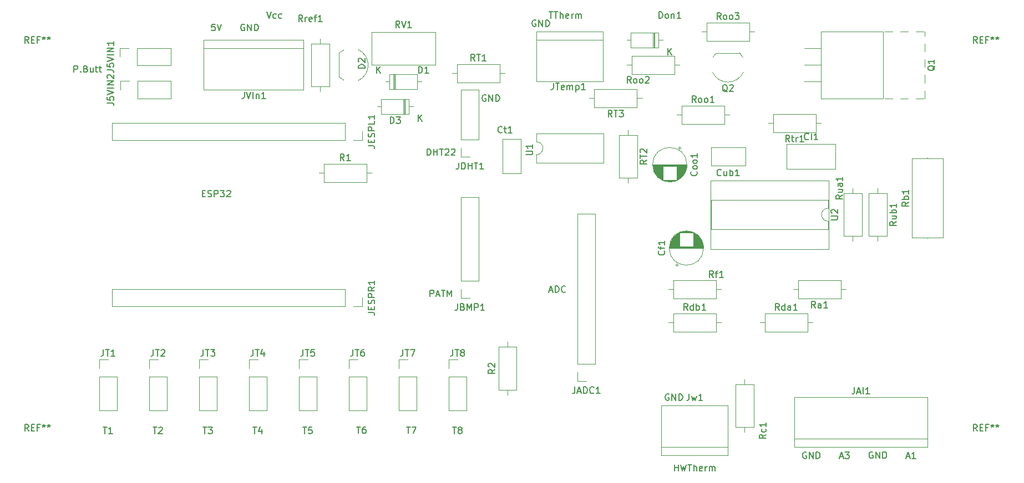
<source format=gto>
G04 #@! TF.GenerationSoftware,KiCad,Pcbnew,(6.0.9)*
G04 #@! TF.CreationDate,2022-12-06T17:49:46-03:00*
G04 #@! TF.ProjectId,anemometer,616e656d-6f6d-4657-9465-722e6b696361,rev?*
G04 #@! TF.SameCoordinates,Original*
G04 #@! TF.FileFunction,Legend,Top*
G04 #@! TF.FilePolarity,Positive*
%FSLAX46Y46*%
G04 Gerber Fmt 4.6, Leading zero omitted, Abs format (unit mm)*
G04 Created by KiCad (PCBNEW (6.0.9)) date 2022-12-06 17:49:46*
%MOMM*%
%LPD*%
G01*
G04 APERTURE LIST*
%ADD10C,0.150000*%
%ADD11C,0.120000*%
%ADD12R,1.700000X1.700000*%
%ADD13O,1.700000X1.700000*%
%ADD14C,1.600000*%
%ADD15O,1.600000X1.600000*%
%ADD16C,6.400000*%
%ADD17R,3.000000X3.000000*%
%ADD18C,3.000000*%
%ADD19C,2.400000*%
%ADD20O,2.400000X2.400000*%
%ADD21C,1.440000*%
%ADD22R,1.500000X1.500000*%
%ADD23C,1.500000*%
%ADD24R,1.600000X1.600000*%
%ADD25O,3.500000X3.500000*%
%ADD26R,2.000000X1.905000*%
%ADD27O,2.000000X1.905000*%
%ADD28R,1.600000X2.400000*%
%ADD29O,1.600000X2.400000*%
G04 APERTURE END LIST*
D10*
X105172142Y-70413571D02*
X105505476Y-70413571D01*
X105648333Y-70937380D02*
X105172142Y-70937380D01*
X105172142Y-69937380D01*
X105648333Y-69937380D01*
X106029285Y-70889761D02*
X106172142Y-70937380D01*
X106410238Y-70937380D01*
X106505476Y-70889761D01*
X106553095Y-70842142D01*
X106600714Y-70746904D01*
X106600714Y-70651666D01*
X106553095Y-70556428D01*
X106505476Y-70508809D01*
X106410238Y-70461190D01*
X106219761Y-70413571D01*
X106124523Y-70365952D01*
X106076904Y-70318333D01*
X106029285Y-70223095D01*
X106029285Y-70127857D01*
X106076904Y-70032619D01*
X106124523Y-69985000D01*
X106219761Y-69937380D01*
X106457857Y-69937380D01*
X106600714Y-69985000D01*
X107029285Y-70937380D02*
X107029285Y-69937380D01*
X107410238Y-69937380D01*
X107505476Y-69985000D01*
X107553095Y-70032619D01*
X107600714Y-70127857D01*
X107600714Y-70270714D01*
X107553095Y-70365952D01*
X107505476Y-70413571D01*
X107410238Y-70461190D01*
X107029285Y-70461190D01*
X107934047Y-69937380D02*
X108553095Y-69937380D01*
X108219761Y-70318333D01*
X108362619Y-70318333D01*
X108457857Y-70365952D01*
X108505476Y-70413571D01*
X108553095Y-70508809D01*
X108553095Y-70746904D01*
X108505476Y-70842142D01*
X108457857Y-70889761D01*
X108362619Y-70937380D01*
X108076904Y-70937380D01*
X107981666Y-70889761D01*
X107934047Y-70842142D01*
X108934047Y-70032619D02*
X108981666Y-69985000D01*
X109076904Y-69937380D01*
X109315000Y-69937380D01*
X109410238Y-69985000D01*
X109457857Y-70032619D01*
X109505476Y-70127857D01*
X109505476Y-70223095D01*
X109457857Y-70365952D01*
X108886428Y-70937380D01*
X109505476Y-70937380D01*
X85606190Y-51887380D02*
X85606190Y-50887380D01*
X85987142Y-50887380D01*
X86082380Y-50935000D01*
X86130000Y-50982619D01*
X86177619Y-51077857D01*
X86177619Y-51220714D01*
X86130000Y-51315952D01*
X86082380Y-51363571D01*
X85987142Y-51411190D01*
X85606190Y-51411190D01*
X86606190Y-51792142D02*
X86653809Y-51839761D01*
X86606190Y-51887380D01*
X86558571Y-51839761D01*
X86606190Y-51792142D01*
X86606190Y-51887380D01*
X87415714Y-51363571D02*
X87558571Y-51411190D01*
X87606190Y-51458809D01*
X87653809Y-51554047D01*
X87653809Y-51696904D01*
X87606190Y-51792142D01*
X87558571Y-51839761D01*
X87463333Y-51887380D01*
X87082380Y-51887380D01*
X87082380Y-50887380D01*
X87415714Y-50887380D01*
X87510952Y-50935000D01*
X87558571Y-50982619D01*
X87606190Y-51077857D01*
X87606190Y-51173095D01*
X87558571Y-51268333D01*
X87510952Y-51315952D01*
X87415714Y-51363571D01*
X87082380Y-51363571D01*
X88510952Y-51220714D02*
X88510952Y-51887380D01*
X88082380Y-51220714D02*
X88082380Y-51744523D01*
X88130000Y-51839761D01*
X88225238Y-51887380D01*
X88368095Y-51887380D01*
X88463333Y-51839761D01*
X88510952Y-51792142D01*
X88844285Y-51220714D02*
X89225238Y-51220714D01*
X88987142Y-50887380D02*
X88987142Y-51744523D01*
X89034761Y-51839761D01*
X89130000Y-51887380D01*
X89225238Y-51887380D01*
X89415714Y-51220714D02*
X89796666Y-51220714D01*
X89558571Y-50887380D02*
X89558571Y-51744523D01*
X89606190Y-51839761D01*
X89701428Y-51887380D01*
X89796666Y-51887380D01*
X176403095Y-101100000D02*
X176307857Y-101052380D01*
X176165000Y-101052380D01*
X176022142Y-101100000D01*
X175926904Y-101195238D01*
X175879285Y-101290476D01*
X175831666Y-101480952D01*
X175831666Y-101623809D01*
X175879285Y-101814285D01*
X175926904Y-101909523D01*
X176022142Y-102004761D01*
X176165000Y-102052380D01*
X176260238Y-102052380D01*
X176403095Y-102004761D01*
X176450714Y-101957142D01*
X176450714Y-101623809D01*
X176260238Y-101623809D01*
X176879285Y-102052380D02*
X176879285Y-101052380D01*
X177450714Y-102052380D01*
X177450714Y-101052380D01*
X177926904Y-102052380D02*
X177926904Y-101052380D01*
X178165000Y-101052380D01*
X178307857Y-101100000D01*
X178403095Y-101195238D01*
X178450714Y-101290476D01*
X178498333Y-101480952D01*
X178498333Y-101623809D01*
X178450714Y-101814285D01*
X178403095Y-101909523D01*
X178307857Y-102004761D01*
X178165000Y-102052380D01*
X177926904Y-102052380D01*
X156083095Y-43950000D02*
X155987857Y-43902380D01*
X155845000Y-43902380D01*
X155702142Y-43950000D01*
X155606904Y-44045238D01*
X155559285Y-44140476D01*
X155511666Y-44330952D01*
X155511666Y-44473809D01*
X155559285Y-44664285D01*
X155606904Y-44759523D01*
X155702142Y-44854761D01*
X155845000Y-44902380D01*
X155940238Y-44902380D01*
X156083095Y-44854761D01*
X156130714Y-44807142D01*
X156130714Y-44473809D01*
X155940238Y-44473809D01*
X156559285Y-44902380D02*
X156559285Y-43902380D01*
X157130714Y-44902380D01*
X157130714Y-43902380D01*
X157606904Y-44902380D02*
X157606904Y-43902380D01*
X157845000Y-43902380D01*
X157987857Y-43950000D01*
X158083095Y-44045238D01*
X158130714Y-44140476D01*
X158178333Y-44330952D01*
X158178333Y-44473809D01*
X158130714Y-44664285D01*
X158083095Y-44759523D01*
X157987857Y-44854761D01*
X157845000Y-44902380D01*
X157606904Y-44902380D01*
X148463095Y-55380000D02*
X148367857Y-55332380D01*
X148225000Y-55332380D01*
X148082142Y-55380000D01*
X147986904Y-55475238D01*
X147939285Y-55570476D01*
X147891666Y-55760952D01*
X147891666Y-55903809D01*
X147939285Y-56094285D01*
X147986904Y-56189523D01*
X148082142Y-56284761D01*
X148225000Y-56332380D01*
X148320238Y-56332380D01*
X148463095Y-56284761D01*
X148510714Y-56237142D01*
X148510714Y-55903809D01*
X148320238Y-55903809D01*
X148939285Y-56332380D02*
X148939285Y-55332380D01*
X149510714Y-56332380D01*
X149510714Y-55332380D01*
X149986904Y-56332380D02*
X149986904Y-55332380D01*
X150225000Y-55332380D01*
X150367857Y-55380000D01*
X150463095Y-55475238D01*
X150510714Y-55570476D01*
X150558333Y-55760952D01*
X150558333Y-55903809D01*
X150510714Y-56094285D01*
X150463095Y-56189523D01*
X150367857Y-56284761D01*
X150225000Y-56332380D01*
X149986904Y-56332380D01*
X139485952Y-64587380D02*
X139485952Y-63587380D01*
X139724047Y-63587380D01*
X139866904Y-63635000D01*
X139962142Y-63730238D01*
X140009761Y-63825476D01*
X140057380Y-64015952D01*
X140057380Y-64158809D01*
X140009761Y-64349285D01*
X139962142Y-64444523D01*
X139866904Y-64539761D01*
X139724047Y-64587380D01*
X139485952Y-64587380D01*
X140485952Y-64587380D02*
X140485952Y-63587380D01*
X140485952Y-64063571D02*
X141057380Y-64063571D01*
X141057380Y-64587380D02*
X141057380Y-63587380D01*
X141390714Y-63587380D02*
X141962142Y-63587380D01*
X141676428Y-64587380D02*
X141676428Y-63587380D01*
X142247857Y-63682619D02*
X142295476Y-63635000D01*
X142390714Y-63587380D01*
X142628809Y-63587380D01*
X142724047Y-63635000D01*
X142771666Y-63682619D01*
X142819285Y-63777857D01*
X142819285Y-63873095D01*
X142771666Y-64015952D01*
X142200238Y-64587380D01*
X142819285Y-64587380D01*
X143200238Y-63682619D02*
X143247857Y-63635000D01*
X143343095Y-63587380D01*
X143581190Y-63587380D01*
X143676428Y-63635000D01*
X143724047Y-63682619D01*
X143771666Y-63777857D01*
X143771666Y-63873095D01*
X143724047Y-64015952D01*
X143152619Y-64587380D01*
X143771666Y-64587380D01*
X158146904Y-85256666D02*
X158623095Y-85256666D01*
X158051666Y-85542380D02*
X158385000Y-84542380D01*
X158718333Y-85542380D01*
X159051666Y-85542380D02*
X159051666Y-84542380D01*
X159289761Y-84542380D01*
X159432619Y-84590000D01*
X159527857Y-84685238D01*
X159575476Y-84780476D01*
X159623095Y-84970952D01*
X159623095Y-85113809D01*
X159575476Y-85304285D01*
X159527857Y-85399523D01*
X159432619Y-85494761D01*
X159289761Y-85542380D01*
X159051666Y-85542380D01*
X160623095Y-85447142D02*
X160575476Y-85494761D01*
X160432619Y-85542380D01*
X160337380Y-85542380D01*
X160194523Y-85494761D01*
X160099285Y-85399523D01*
X160051666Y-85304285D01*
X160004047Y-85113809D01*
X160004047Y-84970952D01*
X160051666Y-84780476D01*
X160099285Y-84685238D01*
X160194523Y-84590000D01*
X160337380Y-84542380D01*
X160432619Y-84542380D01*
X160575476Y-84590000D01*
X160623095Y-84637619D01*
X139962142Y-86177380D02*
X139962142Y-85177380D01*
X140343095Y-85177380D01*
X140438333Y-85225000D01*
X140485952Y-85272619D01*
X140533571Y-85367857D01*
X140533571Y-85510714D01*
X140485952Y-85605952D01*
X140438333Y-85653571D01*
X140343095Y-85701190D01*
X139962142Y-85701190D01*
X140914523Y-85891666D02*
X141390714Y-85891666D01*
X140819285Y-86177380D02*
X141152619Y-85177380D01*
X141485952Y-86177380D01*
X141676428Y-85177380D02*
X142247857Y-85177380D01*
X141962142Y-86177380D02*
X141962142Y-85177380D01*
X142581190Y-86177380D02*
X142581190Y-85177380D01*
X142914523Y-85891666D01*
X143247857Y-85177380D01*
X143247857Y-86177380D01*
X143383095Y-106132380D02*
X143954523Y-106132380D01*
X143668809Y-107132380D02*
X143668809Y-106132380D01*
X144430714Y-106560952D02*
X144335476Y-106513333D01*
X144287857Y-106465714D01*
X144240238Y-106370476D01*
X144240238Y-106322857D01*
X144287857Y-106227619D01*
X144335476Y-106180000D01*
X144430714Y-106132380D01*
X144621190Y-106132380D01*
X144716428Y-106180000D01*
X144764047Y-106227619D01*
X144811666Y-106322857D01*
X144811666Y-106370476D01*
X144764047Y-106465714D01*
X144716428Y-106513333D01*
X144621190Y-106560952D01*
X144430714Y-106560952D01*
X144335476Y-106608571D01*
X144287857Y-106656190D01*
X144240238Y-106751428D01*
X144240238Y-106941904D01*
X144287857Y-107037142D01*
X144335476Y-107084761D01*
X144430714Y-107132380D01*
X144621190Y-107132380D01*
X144716428Y-107084761D01*
X144764047Y-107037142D01*
X144811666Y-106941904D01*
X144811666Y-106751428D01*
X144764047Y-106656190D01*
X144716428Y-106608571D01*
X144621190Y-106560952D01*
X136365544Y-106103098D02*
X136936972Y-106103098D01*
X136651258Y-107103098D02*
X136651258Y-106103098D01*
X137175068Y-106103098D02*
X137841734Y-106103098D01*
X137413163Y-107103098D01*
X128752054Y-106103098D02*
X129323482Y-106103098D01*
X129037768Y-107103098D02*
X129037768Y-106103098D01*
X130085387Y-106103098D02*
X129894911Y-106103098D01*
X129799673Y-106150718D01*
X129752054Y-106198337D01*
X129656816Y-106341194D01*
X129609197Y-106531670D01*
X129609197Y-106912622D01*
X129656816Y-107007860D01*
X129704435Y-107055479D01*
X129799673Y-107103098D01*
X129990149Y-107103098D01*
X130085387Y-107055479D01*
X130133006Y-107007860D01*
X130180625Y-106912622D01*
X130180625Y-106674527D01*
X130133006Y-106579289D01*
X130085387Y-106531670D01*
X129990149Y-106484051D01*
X129799673Y-106484051D01*
X129704435Y-106531670D01*
X129656816Y-106579289D01*
X129609197Y-106674527D01*
X120523095Y-106132380D02*
X121094523Y-106132380D01*
X120808809Y-107132380D02*
X120808809Y-106132380D01*
X121904047Y-106132380D02*
X121427857Y-106132380D01*
X121380238Y-106608571D01*
X121427857Y-106560952D01*
X121523095Y-106513333D01*
X121761190Y-106513333D01*
X121856428Y-106560952D01*
X121904047Y-106608571D01*
X121951666Y-106703809D01*
X121951666Y-106941904D01*
X121904047Y-107037142D01*
X121856428Y-107084761D01*
X121761190Y-107132380D01*
X121523095Y-107132380D01*
X121427857Y-107084761D01*
X121380238Y-107037142D01*
X112903095Y-106132380D02*
X113474523Y-106132380D01*
X113188809Y-107132380D02*
X113188809Y-106132380D01*
X114236428Y-106465714D02*
X114236428Y-107132380D01*
X113998333Y-106084761D02*
X113760238Y-106799047D01*
X114379285Y-106799047D01*
X105283095Y-106132380D02*
X105854523Y-106132380D01*
X105568809Y-107132380D02*
X105568809Y-106132380D01*
X106092619Y-106132380D02*
X106711666Y-106132380D01*
X106378333Y-106513333D01*
X106521190Y-106513333D01*
X106616428Y-106560952D01*
X106664047Y-106608571D01*
X106711666Y-106703809D01*
X106711666Y-106941904D01*
X106664047Y-107037142D01*
X106616428Y-107084761D01*
X106521190Y-107132380D01*
X106235476Y-107132380D01*
X106140238Y-107084761D01*
X106092619Y-107037142D01*
X97663095Y-106132380D02*
X98234523Y-106132380D01*
X97948809Y-107132380D02*
X97948809Y-106132380D01*
X98520238Y-106227619D02*
X98567857Y-106180000D01*
X98663095Y-106132380D01*
X98901190Y-106132380D01*
X98996428Y-106180000D01*
X99044047Y-106227619D01*
X99091666Y-106322857D01*
X99091666Y-106418095D01*
X99044047Y-106560952D01*
X98472619Y-107132380D01*
X99091666Y-107132380D01*
X90043095Y-106132380D02*
X90614523Y-106132380D01*
X90328809Y-107132380D02*
X90328809Y-106132380D01*
X91471666Y-107132380D02*
X90900238Y-107132380D01*
X91185952Y-107132380D02*
X91185952Y-106132380D01*
X91090714Y-106275238D01*
X90995476Y-106370476D01*
X90900238Y-106418095D01*
X115014523Y-42632380D02*
X115347857Y-43632380D01*
X115681190Y-42632380D01*
X116443095Y-43584761D02*
X116347857Y-43632380D01*
X116157380Y-43632380D01*
X116062142Y-43584761D01*
X116014523Y-43537142D01*
X115966904Y-43441904D01*
X115966904Y-43156190D01*
X116014523Y-43060952D01*
X116062142Y-43013333D01*
X116157380Y-42965714D01*
X116347857Y-42965714D01*
X116443095Y-43013333D01*
X117300238Y-43584761D02*
X117205000Y-43632380D01*
X117014523Y-43632380D01*
X116919285Y-43584761D01*
X116871666Y-43537142D01*
X116824047Y-43441904D01*
X116824047Y-43156190D01*
X116871666Y-43060952D01*
X116919285Y-43013333D01*
X117014523Y-42965714D01*
X117205000Y-42965714D01*
X117300238Y-43013333D01*
X111633095Y-44585000D02*
X111537857Y-44537380D01*
X111395000Y-44537380D01*
X111252142Y-44585000D01*
X111156904Y-44680238D01*
X111109285Y-44775476D01*
X111061666Y-44965952D01*
X111061666Y-45108809D01*
X111109285Y-45299285D01*
X111156904Y-45394523D01*
X111252142Y-45489761D01*
X111395000Y-45537380D01*
X111490238Y-45537380D01*
X111633095Y-45489761D01*
X111680714Y-45442142D01*
X111680714Y-45108809D01*
X111490238Y-45108809D01*
X112109285Y-45537380D02*
X112109285Y-44537380D01*
X112680714Y-45537380D01*
X112680714Y-44537380D01*
X113156904Y-45537380D02*
X113156904Y-44537380D01*
X113395000Y-44537380D01*
X113537857Y-44585000D01*
X113633095Y-44680238D01*
X113680714Y-44775476D01*
X113728333Y-44965952D01*
X113728333Y-45108809D01*
X113680714Y-45299285D01*
X113633095Y-45394523D01*
X113537857Y-45489761D01*
X113395000Y-45537380D01*
X113156904Y-45537380D01*
X107124523Y-44537380D02*
X106648333Y-44537380D01*
X106600714Y-45013571D01*
X106648333Y-44965952D01*
X106743571Y-44918333D01*
X106981666Y-44918333D01*
X107076904Y-44965952D01*
X107124523Y-45013571D01*
X107172142Y-45108809D01*
X107172142Y-45346904D01*
X107124523Y-45442142D01*
X107076904Y-45489761D01*
X106981666Y-45537380D01*
X106743571Y-45537380D01*
X106648333Y-45489761D01*
X106600714Y-45442142D01*
X107457857Y-44537380D02*
X107791190Y-45537380D01*
X108124523Y-44537380D01*
X158131190Y-42632380D02*
X158702619Y-42632380D01*
X158416904Y-43632380D02*
X158416904Y-42632380D01*
X158893095Y-42632380D02*
X159464523Y-42632380D01*
X159178809Y-43632380D02*
X159178809Y-42632380D01*
X159797857Y-43632380D02*
X159797857Y-42632380D01*
X160226428Y-43632380D02*
X160226428Y-43108571D01*
X160178809Y-43013333D01*
X160083571Y-42965714D01*
X159940714Y-42965714D01*
X159845476Y-43013333D01*
X159797857Y-43060952D01*
X161083571Y-43584761D02*
X160988333Y-43632380D01*
X160797857Y-43632380D01*
X160702619Y-43584761D01*
X160655000Y-43489523D01*
X160655000Y-43108571D01*
X160702619Y-43013333D01*
X160797857Y-42965714D01*
X160988333Y-42965714D01*
X161083571Y-43013333D01*
X161131190Y-43108571D01*
X161131190Y-43203809D01*
X160655000Y-43299047D01*
X161559761Y-43632380D02*
X161559761Y-42965714D01*
X161559761Y-43156190D02*
X161607380Y-43060952D01*
X161655000Y-43013333D01*
X161750238Y-42965714D01*
X161845476Y-42965714D01*
X162178809Y-43632380D02*
X162178809Y-42965714D01*
X162178809Y-43060952D02*
X162226428Y-43013333D01*
X162321666Y-42965714D01*
X162464523Y-42965714D01*
X162559761Y-43013333D01*
X162607380Y-43108571D01*
X162607380Y-43632380D01*
X162607380Y-43108571D02*
X162655000Y-43013333D01*
X162750238Y-42965714D01*
X162893095Y-42965714D01*
X162988333Y-43013333D01*
X163035952Y-43108571D01*
X163035952Y-43632380D01*
X177244761Y-112847380D02*
X177244761Y-111847380D01*
X177244761Y-112323571D02*
X177816190Y-112323571D01*
X177816190Y-112847380D02*
X177816190Y-111847380D01*
X178197142Y-111847380D02*
X178435238Y-112847380D01*
X178625714Y-112133095D01*
X178816190Y-112847380D01*
X179054285Y-111847380D01*
X179292380Y-111847380D02*
X179863809Y-111847380D01*
X179578095Y-112847380D02*
X179578095Y-111847380D01*
X180197142Y-112847380D02*
X180197142Y-111847380D01*
X180625714Y-112847380D02*
X180625714Y-112323571D01*
X180578095Y-112228333D01*
X180482857Y-112180714D01*
X180340000Y-112180714D01*
X180244761Y-112228333D01*
X180197142Y-112275952D01*
X181482857Y-112799761D02*
X181387619Y-112847380D01*
X181197142Y-112847380D01*
X181101904Y-112799761D01*
X181054285Y-112704523D01*
X181054285Y-112323571D01*
X181101904Y-112228333D01*
X181197142Y-112180714D01*
X181387619Y-112180714D01*
X181482857Y-112228333D01*
X181530476Y-112323571D01*
X181530476Y-112418809D01*
X181054285Y-112514047D01*
X181959047Y-112847380D02*
X181959047Y-112180714D01*
X181959047Y-112371190D02*
X182006666Y-112275952D01*
X182054285Y-112228333D01*
X182149523Y-112180714D01*
X182244761Y-112180714D01*
X182578095Y-112847380D02*
X182578095Y-112180714D01*
X182578095Y-112275952D02*
X182625714Y-112228333D01*
X182720952Y-112180714D01*
X182863809Y-112180714D01*
X182959047Y-112228333D01*
X183006666Y-112323571D01*
X183006666Y-112847380D01*
X183006666Y-112323571D02*
X183054285Y-112228333D01*
X183149523Y-112180714D01*
X183292380Y-112180714D01*
X183387619Y-112228333D01*
X183435238Y-112323571D01*
X183435238Y-112847380D01*
X207518095Y-109952038D02*
X207422857Y-109904418D01*
X207280000Y-109904418D01*
X207137142Y-109952038D01*
X207041904Y-110047276D01*
X206994285Y-110142514D01*
X206946666Y-110332990D01*
X206946666Y-110475847D01*
X206994285Y-110666323D01*
X207041904Y-110761561D01*
X207137142Y-110856799D01*
X207280000Y-110904418D01*
X207375238Y-110904418D01*
X207518095Y-110856799D01*
X207565714Y-110809180D01*
X207565714Y-110475847D01*
X207375238Y-110475847D01*
X207994285Y-110904418D02*
X207994285Y-109904418D01*
X208565714Y-110904418D01*
X208565714Y-109904418D01*
X209041904Y-110904418D02*
X209041904Y-109904418D01*
X209280000Y-109904418D01*
X209422857Y-109952038D01*
X209518095Y-110047276D01*
X209565714Y-110142514D01*
X209613333Y-110332990D01*
X209613333Y-110475847D01*
X209565714Y-110666323D01*
X209518095Y-110761561D01*
X209422857Y-110856799D01*
X209280000Y-110904418D01*
X209041904Y-110904418D01*
X197358095Y-109990000D02*
X197262857Y-109942380D01*
X197120000Y-109942380D01*
X196977142Y-109990000D01*
X196881904Y-110085238D01*
X196834285Y-110180476D01*
X196786666Y-110370952D01*
X196786666Y-110513809D01*
X196834285Y-110704285D01*
X196881904Y-110799523D01*
X196977142Y-110894761D01*
X197120000Y-110942380D01*
X197215238Y-110942380D01*
X197358095Y-110894761D01*
X197405714Y-110847142D01*
X197405714Y-110513809D01*
X197215238Y-110513809D01*
X197834285Y-110942380D02*
X197834285Y-109942380D01*
X198405714Y-110942380D01*
X198405714Y-109942380D01*
X198881904Y-110942380D02*
X198881904Y-109942380D01*
X199120000Y-109942380D01*
X199262857Y-109990000D01*
X199358095Y-110085238D01*
X199405714Y-110180476D01*
X199453333Y-110370952D01*
X199453333Y-110513809D01*
X199405714Y-110704285D01*
X199358095Y-110799523D01*
X199262857Y-110894761D01*
X199120000Y-110942380D01*
X198881904Y-110942380D01*
X212645714Y-110656666D02*
X213121904Y-110656666D01*
X212550476Y-110942380D02*
X212883809Y-109942380D01*
X213217142Y-110942380D01*
X214074285Y-110942380D02*
X213502857Y-110942380D01*
X213788571Y-110942380D02*
X213788571Y-109942380D01*
X213693333Y-110085238D01*
X213598095Y-110180476D01*
X213502857Y-110228095D01*
X202485714Y-110656666D02*
X202961904Y-110656666D01*
X202390476Y-110942380D02*
X202723809Y-109942380D01*
X203057142Y-110942380D01*
X203295238Y-109942380D02*
X203914285Y-109942380D01*
X203580952Y-110323333D01*
X203723809Y-110323333D01*
X203819047Y-110370952D01*
X203866666Y-110418571D01*
X203914285Y-110513809D01*
X203914285Y-110751904D01*
X203866666Y-110847142D01*
X203819047Y-110894761D01*
X203723809Y-110942380D01*
X203438095Y-110942380D01*
X203342857Y-110894761D01*
X203295238Y-110847142D01*
X130492380Y-88621904D02*
X131206666Y-88621904D01*
X131349523Y-88669523D01*
X131444761Y-88764761D01*
X131492380Y-88907619D01*
X131492380Y-89002857D01*
X130968571Y-88145714D02*
X130968571Y-87812380D01*
X131492380Y-87669523D02*
X131492380Y-88145714D01*
X130492380Y-88145714D01*
X130492380Y-87669523D01*
X131444761Y-87288571D02*
X131492380Y-87145714D01*
X131492380Y-86907619D01*
X131444761Y-86812380D01*
X131397142Y-86764761D01*
X131301904Y-86717142D01*
X131206666Y-86717142D01*
X131111428Y-86764761D01*
X131063809Y-86812380D01*
X131016190Y-86907619D01*
X130968571Y-87098095D01*
X130920952Y-87193333D01*
X130873333Y-87240952D01*
X130778095Y-87288571D01*
X130682857Y-87288571D01*
X130587619Y-87240952D01*
X130540000Y-87193333D01*
X130492380Y-87098095D01*
X130492380Y-86860000D01*
X130540000Y-86717142D01*
X131492380Y-86288571D02*
X130492380Y-86288571D01*
X130492380Y-85907619D01*
X130540000Y-85812380D01*
X130587619Y-85764761D01*
X130682857Y-85717142D01*
X130825714Y-85717142D01*
X130920952Y-85764761D01*
X130968571Y-85812380D01*
X131016190Y-85907619D01*
X131016190Y-86288571D01*
X131492380Y-84717142D02*
X131016190Y-85050476D01*
X131492380Y-85288571D02*
X130492380Y-85288571D01*
X130492380Y-84907619D01*
X130540000Y-84812380D01*
X130587619Y-84764761D01*
X130682857Y-84717142D01*
X130825714Y-84717142D01*
X130920952Y-84764761D01*
X130968571Y-84812380D01*
X131016190Y-84907619D01*
X131016190Y-85288571D01*
X131492380Y-83764761D02*
X131492380Y-84336190D01*
X131492380Y-84050476D02*
X130492380Y-84050476D01*
X130635238Y-84145714D01*
X130730476Y-84240952D01*
X130778095Y-84336190D01*
X130492380Y-63126666D02*
X131206666Y-63126666D01*
X131349523Y-63174285D01*
X131444761Y-63269523D01*
X131492380Y-63412380D01*
X131492380Y-63507619D01*
X130968571Y-62650476D02*
X130968571Y-62317142D01*
X131492380Y-62174285D02*
X131492380Y-62650476D01*
X130492380Y-62650476D01*
X130492380Y-62174285D01*
X131444761Y-61793333D02*
X131492380Y-61650476D01*
X131492380Y-61412380D01*
X131444761Y-61317142D01*
X131397142Y-61269523D01*
X131301904Y-61221904D01*
X131206666Y-61221904D01*
X131111428Y-61269523D01*
X131063809Y-61317142D01*
X131016190Y-61412380D01*
X130968571Y-61602857D01*
X130920952Y-61698095D01*
X130873333Y-61745714D01*
X130778095Y-61793333D01*
X130682857Y-61793333D01*
X130587619Y-61745714D01*
X130540000Y-61698095D01*
X130492380Y-61602857D01*
X130492380Y-61364761D01*
X130540000Y-61221904D01*
X131492380Y-60793333D02*
X130492380Y-60793333D01*
X130492380Y-60412380D01*
X130540000Y-60317142D01*
X130587619Y-60269523D01*
X130682857Y-60221904D01*
X130825714Y-60221904D01*
X130920952Y-60269523D01*
X130968571Y-60317142D01*
X131016190Y-60412380D01*
X131016190Y-60793333D01*
X131492380Y-59317142D02*
X131492380Y-59793333D01*
X130492380Y-59793333D01*
X131492380Y-58460000D02*
X131492380Y-59031428D01*
X131492380Y-58745714D02*
X130492380Y-58745714D01*
X130635238Y-58840952D01*
X130730476Y-58936190D01*
X130778095Y-59031428D01*
X144120238Y-87287380D02*
X144120238Y-88001666D01*
X144072619Y-88144523D01*
X143977380Y-88239761D01*
X143834523Y-88287380D01*
X143739285Y-88287380D01*
X144929761Y-87763571D02*
X145072619Y-87811190D01*
X145120238Y-87858809D01*
X145167857Y-87954047D01*
X145167857Y-88096904D01*
X145120238Y-88192142D01*
X145072619Y-88239761D01*
X144977380Y-88287380D01*
X144596428Y-88287380D01*
X144596428Y-87287380D01*
X144929761Y-87287380D01*
X145025000Y-87335000D01*
X145072619Y-87382619D01*
X145120238Y-87477857D01*
X145120238Y-87573095D01*
X145072619Y-87668333D01*
X145025000Y-87715952D01*
X144929761Y-87763571D01*
X144596428Y-87763571D01*
X145596428Y-88287380D02*
X145596428Y-87287380D01*
X145929761Y-88001666D01*
X146263095Y-87287380D01*
X146263095Y-88287380D01*
X146739285Y-88287380D02*
X146739285Y-87287380D01*
X147120238Y-87287380D01*
X147215476Y-87335000D01*
X147263095Y-87382619D01*
X147310714Y-87477857D01*
X147310714Y-87620714D01*
X147263095Y-87715952D01*
X147215476Y-87763571D01*
X147120238Y-87811190D01*
X146739285Y-87811190D01*
X148263095Y-88287380D02*
X147691666Y-88287380D01*
X147977380Y-88287380D02*
X147977380Y-87287380D01*
X147882142Y-87430238D01*
X147786904Y-87525476D01*
X147691666Y-87573095D01*
X126833333Y-65392380D02*
X126500000Y-64916190D01*
X126261904Y-65392380D02*
X126261904Y-64392380D01*
X126642857Y-64392380D01*
X126738095Y-64440000D01*
X126785714Y-64487619D01*
X126833333Y-64582857D01*
X126833333Y-64725714D01*
X126785714Y-64820952D01*
X126738095Y-64868571D01*
X126642857Y-64916190D01*
X126261904Y-64916190D01*
X127785714Y-65392380D02*
X127214285Y-65392380D01*
X127500000Y-65392380D02*
X127500000Y-64392380D01*
X127404761Y-64535238D01*
X127309523Y-64630476D01*
X127214285Y-64678095D01*
X97710714Y-94277380D02*
X97710714Y-94991666D01*
X97663095Y-95134523D01*
X97567857Y-95229761D01*
X97425000Y-95277380D01*
X97329761Y-95277380D01*
X98044047Y-94277380D02*
X98615476Y-94277380D01*
X98329761Y-95277380D02*
X98329761Y-94277380D01*
X98901190Y-94372619D02*
X98948809Y-94325000D01*
X99044047Y-94277380D01*
X99282142Y-94277380D01*
X99377380Y-94325000D01*
X99425000Y-94372619D01*
X99472619Y-94467857D01*
X99472619Y-94563095D01*
X99425000Y-94705952D01*
X98853571Y-95277380D01*
X99472619Y-95277380D01*
X112950714Y-94277380D02*
X112950714Y-94991666D01*
X112903095Y-95134523D01*
X112807857Y-95229761D01*
X112665000Y-95277380D01*
X112569761Y-95277380D01*
X113284047Y-94277380D02*
X113855476Y-94277380D01*
X113569761Y-95277380D02*
X113569761Y-94277380D01*
X114617380Y-94610714D02*
X114617380Y-95277380D01*
X114379285Y-94229761D02*
X114141190Y-94944047D01*
X114760238Y-94944047D01*
X128190714Y-94277380D02*
X128190714Y-94991666D01*
X128143095Y-95134523D01*
X128047857Y-95229761D01*
X127905000Y-95277380D01*
X127809761Y-95277380D01*
X128524047Y-94277380D02*
X129095476Y-94277380D01*
X128809761Y-95277380D02*
X128809761Y-94277380D01*
X129857380Y-94277380D02*
X129666904Y-94277380D01*
X129571666Y-94325000D01*
X129524047Y-94372619D01*
X129428809Y-94515476D01*
X129381190Y-94705952D01*
X129381190Y-95086904D01*
X129428809Y-95182142D01*
X129476428Y-95229761D01*
X129571666Y-95277380D01*
X129762142Y-95277380D01*
X129857380Y-95229761D01*
X129905000Y-95182142D01*
X129952619Y-95086904D01*
X129952619Y-94848809D01*
X129905000Y-94753571D01*
X129857380Y-94705952D01*
X129762142Y-94658333D01*
X129571666Y-94658333D01*
X129476428Y-94705952D01*
X129428809Y-94753571D01*
X129381190Y-94848809D01*
X90090714Y-94277380D02*
X90090714Y-94991666D01*
X90043095Y-95134523D01*
X89947857Y-95229761D01*
X89805000Y-95277380D01*
X89709761Y-95277380D01*
X90424047Y-94277380D02*
X90995476Y-94277380D01*
X90709761Y-95277380D02*
X90709761Y-94277380D01*
X91852619Y-95277380D02*
X91281190Y-95277380D01*
X91566904Y-95277380D02*
X91566904Y-94277380D01*
X91471666Y-94420238D01*
X91376428Y-94515476D01*
X91281190Y-94563095D01*
X144286904Y-65712380D02*
X144286904Y-66426666D01*
X144239285Y-66569523D01*
X144144047Y-66664761D01*
X144001190Y-66712380D01*
X143905952Y-66712380D01*
X144763095Y-66712380D02*
X144763095Y-65712380D01*
X145001190Y-65712380D01*
X145144047Y-65760000D01*
X145239285Y-65855238D01*
X145286904Y-65950476D01*
X145334523Y-66140952D01*
X145334523Y-66283809D01*
X145286904Y-66474285D01*
X145239285Y-66569523D01*
X145144047Y-66664761D01*
X145001190Y-66712380D01*
X144763095Y-66712380D01*
X145763095Y-66712380D02*
X145763095Y-65712380D01*
X145763095Y-66188571D02*
X146334523Y-66188571D01*
X146334523Y-66712380D02*
X146334523Y-65712380D01*
X146667857Y-65712380D02*
X147239285Y-65712380D01*
X146953571Y-66712380D02*
X146953571Y-65712380D01*
X148096428Y-66712380D02*
X147525000Y-66712380D01*
X147810714Y-66712380D02*
X147810714Y-65712380D01*
X147715476Y-65855238D01*
X147620238Y-65950476D01*
X147525000Y-65998095D01*
X149847380Y-97321666D02*
X149371190Y-97655000D01*
X149847380Y-97893095D02*
X148847380Y-97893095D01*
X148847380Y-97512142D01*
X148895000Y-97416904D01*
X148942619Y-97369285D01*
X149037857Y-97321666D01*
X149180714Y-97321666D01*
X149275952Y-97369285D01*
X149323571Y-97416904D01*
X149371190Y-97512142D01*
X149371190Y-97893095D01*
X148942619Y-96940714D02*
X148895000Y-96893095D01*
X148847380Y-96797857D01*
X148847380Y-96559761D01*
X148895000Y-96464523D01*
X148942619Y-96416904D01*
X149037857Y-96369285D01*
X149133095Y-96369285D01*
X149275952Y-96416904D01*
X149847380Y-96988333D01*
X149847380Y-96369285D01*
X105330714Y-94277380D02*
X105330714Y-94991666D01*
X105283095Y-95134523D01*
X105187857Y-95229761D01*
X105045000Y-95277380D01*
X104949761Y-95277380D01*
X105664047Y-94277380D02*
X106235476Y-94277380D01*
X105949761Y-95277380D02*
X105949761Y-94277380D01*
X106473571Y-94277380D02*
X107092619Y-94277380D01*
X106759285Y-94658333D01*
X106902142Y-94658333D01*
X106997380Y-94705952D01*
X107045000Y-94753571D01*
X107092619Y-94848809D01*
X107092619Y-95086904D01*
X107045000Y-95182142D01*
X106997380Y-95229761D01*
X106902142Y-95277380D01*
X106616428Y-95277380D01*
X106521190Y-95229761D01*
X106473571Y-95182142D01*
X120570714Y-94277380D02*
X120570714Y-94991666D01*
X120523095Y-95134523D01*
X120427857Y-95229761D01*
X120285000Y-95277380D01*
X120189761Y-95277380D01*
X120904047Y-94277380D02*
X121475476Y-94277380D01*
X121189761Y-95277380D02*
X121189761Y-94277380D01*
X122285000Y-94277380D02*
X121808809Y-94277380D01*
X121761190Y-94753571D01*
X121808809Y-94705952D01*
X121904047Y-94658333D01*
X122142142Y-94658333D01*
X122237380Y-94705952D01*
X122285000Y-94753571D01*
X122332619Y-94848809D01*
X122332619Y-95086904D01*
X122285000Y-95182142D01*
X122237380Y-95229761D01*
X122142142Y-95277380D01*
X121904047Y-95277380D01*
X121808809Y-95229761D01*
X121761190Y-95182142D01*
X90677380Y-56585000D02*
X91391666Y-56585000D01*
X91534523Y-56632619D01*
X91629761Y-56727857D01*
X91677380Y-56870714D01*
X91677380Y-56965952D01*
X90677380Y-55632619D02*
X90677380Y-56108809D01*
X91153571Y-56156428D01*
X91105952Y-56108809D01*
X91058333Y-56013571D01*
X91058333Y-55775476D01*
X91105952Y-55680238D01*
X91153571Y-55632619D01*
X91248809Y-55585000D01*
X91486904Y-55585000D01*
X91582142Y-55632619D01*
X91629761Y-55680238D01*
X91677380Y-55775476D01*
X91677380Y-56013571D01*
X91629761Y-56108809D01*
X91582142Y-56156428D01*
X90677380Y-55299285D02*
X91677380Y-54965952D01*
X90677380Y-54632619D01*
X91677380Y-54299285D02*
X90677380Y-54299285D01*
X91677380Y-53823095D02*
X90677380Y-53823095D01*
X91677380Y-53251666D01*
X90677380Y-53251666D01*
X90772619Y-52823095D02*
X90725000Y-52775476D01*
X90677380Y-52680238D01*
X90677380Y-52442142D01*
X90725000Y-52346904D01*
X90772619Y-52299285D01*
X90867857Y-52251666D01*
X90963095Y-52251666D01*
X91105952Y-52299285D01*
X91677380Y-52870714D01*
X91677380Y-52251666D01*
X197715238Y-62127142D02*
X197667619Y-62174761D01*
X197524761Y-62222380D01*
X197429523Y-62222380D01*
X197286666Y-62174761D01*
X197191428Y-62079523D01*
X197143809Y-61984285D01*
X197096190Y-61793809D01*
X197096190Y-61650952D01*
X197143809Y-61460476D01*
X197191428Y-61365238D01*
X197286666Y-61270000D01*
X197429523Y-61222380D01*
X197524761Y-61222380D01*
X197667619Y-61270000D01*
X197715238Y-61317619D01*
X198143809Y-62222380D02*
X198143809Y-61222380D01*
X199143809Y-62222380D02*
X198572380Y-62222380D01*
X198858095Y-62222380D02*
X198858095Y-61222380D01*
X198762857Y-61365238D01*
X198667619Y-61460476D01*
X198572380Y-61508095D01*
X223456666Y-47442380D02*
X223123333Y-46966190D01*
X222885238Y-47442380D02*
X222885238Y-46442380D01*
X223266190Y-46442380D01*
X223361428Y-46490000D01*
X223409047Y-46537619D01*
X223456666Y-46632857D01*
X223456666Y-46775714D01*
X223409047Y-46870952D01*
X223361428Y-46918571D01*
X223266190Y-46966190D01*
X222885238Y-46966190D01*
X223885238Y-46918571D02*
X224218571Y-46918571D01*
X224361428Y-47442380D02*
X223885238Y-47442380D01*
X223885238Y-46442380D01*
X224361428Y-46442380D01*
X225123333Y-46918571D02*
X224790000Y-46918571D01*
X224790000Y-47442380D02*
X224790000Y-46442380D01*
X225266190Y-46442380D01*
X225790000Y-46442380D02*
X225790000Y-46680476D01*
X225551904Y-46585238D02*
X225790000Y-46680476D01*
X226028095Y-46585238D01*
X225647142Y-46870952D02*
X225790000Y-46680476D01*
X225932857Y-46870952D01*
X226551904Y-46442380D02*
X226551904Y-46680476D01*
X226313809Y-46585238D02*
X226551904Y-46680476D01*
X226790000Y-46585238D01*
X226409047Y-46870952D02*
X226551904Y-46680476D01*
X226694761Y-46870952D01*
X198770952Y-87912380D02*
X198437619Y-87436190D01*
X198199523Y-87912380D02*
X198199523Y-86912380D01*
X198580476Y-86912380D01*
X198675714Y-86960000D01*
X198723333Y-87007619D01*
X198770952Y-87102857D01*
X198770952Y-87245714D01*
X198723333Y-87340952D01*
X198675714Y-87388571D01*
X198580476Y-87436190D01*
X198199523Y-87436190D01*
X199628095Y-87912380D02*
X199628095Y-87388571D01*
X199580476Y-87293333D01*
X199485238Y-87245714D01*
X199294761Y-87245714D01*
X199199523Y-87293333D01*
X199628095Y-87864761D02*
X199532857Y-87912380D01*
X199294761Y-87912380D01*
X199199523Y-87864761D01*
X199151904Y-87769523D01*
X199151904Y-87674285D01*
X199199523Y-87579047D01*
X199294761Y-87531428D01*
X199532857Y-87531428D01*
X199628095Y-87483809D01*
X200628095Y-87912380D02*
X200056666Y-87912380D01*
X200342380Y-87912380D02*
X200342380Y-86912380D01*
X200247142Y-87055238D01*
X200151904Y-87150476D01*
X200056666Y-87198095D01*
X204720000Y-100062380D02*
X204720000Y-100776666D01*
X204672380Y-100919523D01*
X204577142Y-101014761D01*
X204434285Y-101062380D01*
X204339047Y-101062380D01*
X205148571Y-100776666D02*
X205624761Y-100776666D01*
X205053333Y-101062380D02*
X205386666Y-100062380D01*
X205720000Y-101062380D01*
X206053333Y-101062380D02*
X206053333Y-100062380D01*
X207053333Y-101062380D02*
X206481904Y-101062380D01*
X206767619Y-101062380D02*
X206767619Y-100062380D01*
X206672380Y-100205238D01*
X206577142Y-100300476D01*
X206481904Y-100348095D01*
X212982380Y-71739047D02*
X212506190Y-72072380D01*
X212982380Y-72310476D02*
X211982380Y-72310476D01*
X211982380Y-71929523D01*
X212030000Y-71834285D01*
X212077619Y-71786666D01*
X212172857Y-71739047D01*
X212315714Y-71739047D01*
X212410952Y-71786666D01*
X212458571Y-71834285D01*
X212506190Y-71929523D01*
X212506190Y-72310476D01*
X212982380Y-71310476D02*
X211982380Y-71310476D01*
X212363333Y-71310476D02*
X212315714Y-71215238D01*
X212315714Y-71024761D01*
X212363333Y-70929523D01*
X212410952Y-70881904D01*
X212506190Y-70834285D01*
X212791904Y-70834285D01*
X212887142Y-70881904D01*
X212934761Y-70929523D01*
X212982380Y-71024761D01*
X212982380Y-71215238D01*
X212934761Y-71310476D01*
X212982380Y-69881904D02*
X212982380Y-70453333D01*
X212982380Y-70167619D02*
X211982380Y-70167619D01*
X212125238Y-70262857D01*
X212220476Y-70358095D01*
X212268095Y-70453333D01*
X179268571Y-88252380D02*
X178935238Y-87776190D01*
X178697142Y-88252380D02*
X178697142Y-87252380D01*
X179078095Y-87252380D01*
X179173333Y-87300000D01*
X179220952Y-87347619D01*
X179268571Y-87442857D01*
X179268571Y-87585714D01*
X179220952Y-87680952D01*
X179173333Y-87728571D01*
X179078095Y-87776190D01*
X178697142Y-87776190D01*
X180125714Y-88252380D02*
X180125714Y-87252380D01*
X180125714Y-88204761D02*
X180030476Y-88252380D01*
X179840000Y-88252380D01*
X179744761Y-88204761D01*
X179697142Y-88157142D01*
X179649523Y-88061904D01*
X179649523Y-87776190D01*
X179697142Y-87680952D01*
X179744761Y-87633333D01*
X179840000Y-87585714D01*
X180030476Y-87585714D01*
X180125714Y-87633333D01*
X180601904Y-88252380D02*
X180601904Y-87252380D01*
X180601904Y-87633333D02*
X180697142Y-87585714D01*
X180887619Y-87585714D01*
X180982857Y-87633333D01*
X181030476Y-87680952D01*
X181078095Y-87776190D01*
X181078095Y-88061904D01*
X181030476Y-88157142D01*
X180982857Y-88204761D01*
X180887619Y-88252380D01*
X180697142Y-88252380D01*
X180601904Y-88204761D01*
X182030476Y-88252380D02*
X181459047Y-88252380D01*
X181744761Y-88252380D02*
X181744761Y-87252380D01*
X181649523Y-87395238D01*
X181554285Y-87490476D01*
X181459047Y-87538095D01*
X191206380Y-107275238D02*
X190730190Y-107608571D01*
X191206380Y-107846666D02*
X190206380Y-107846666D01*
X190206380Y-107465714D01*
X190254000Y-107370476D01*
X190301619Y-107322857D01*
X190396857Y-107275238D01*
X190539714Y-107275238D01*
X190634952Y-107322857D01*
X190682571Y-107370476D01*
X190730190Y-107465714D01*
X190730190Y-107846666D01*
X191158761Y-106418095D02*
X191206380Y-106513333D01*
X191206380Y-106703809D01*
X191158761Y-106799047D01*
X191111142Y-106846666D01*
X191015904Y-106894285D01*
X190730190Y-106894285D01*
X190634952Y-106846666D01*
X190587333Y-106799047D01*
X190539714Y-106703809D01*
X190539714Y-106513333D01*
X190587333Y-106418095D01*
X191206380Y-105465714D02*
X191206380Y-106037142D01*
X191206380Y-105751428D02*
X190206380Y-105751428D01*
X190349238Y-105846666D01*
X190444476Y-105941904D01*
X190492095Y-106037142D01*
X135304761Y-45052380D02*
X134971428Y-44576190D01*
X134733333Y-45052380D02*
X134733333Y-44052380D01*
X135114285Y-44052380D01*
X135209523Y-44100000D01*
X135257142Y-44147619D01*
X135304761Y-44242857D01*
X135304761Y-44385714D01*
X135257142Y-44480952D01*
X135209523Y-44528571D01*
X135114285Y-44576190D01*
X134733333Y-44576190D01*
X135590476Y-44052380D02*
X135923809Y-45052380D01*
X136257142Y-44052380D01*
X137114285Y-45052380D02*
X136542857Y-45052380D01*
X136828571Y-45052380D02*
X136828571Y-44052380D01*
X136733333Y-44195238D01*
X136638095Y-44290476D01*
X136542857Y-44338095D01*
X184348571Y-43802380D02*
X184015238Y-43326190D01*
X183777142Y-43802380D02*
X183777142Y-42802380D01*
X184158095Y-42802380D01*
X184253333Y-42850000D01*
X184300952Y-42897619D01*
X184348571Y-42992857D01*
X184348571Y-43135714D01*
X184300952Y-43230952D01*
X184253333Y-43278571D01*
X184158095Y-43326190D01*
X183777142Y-43326190D01*
X184920000Y-43802380D02*
X184824761Y-43754761D01*
X184777142Y-43707142D01*
X184729523Y-43611904D01*
X184729523Y-43326190D01*
X184777142Y-43230952D01*
X184824761Y-43183333D01*
X184920000Y-43135714D01*
X185062857Y-43135714D01*
X185158095Y-43183333D01*
X185205714Y-43230952D01*
X185253333Y-43326190D01*
X185253333Y-43611904D01*
X185205714Y-43707142D01*
X185158095Y-43754761D01*
X185062857Y-43802380D01*
X184920000Y-43802380D01*
X185824761Y-43802380D02*
X185729523Y-43754761D01*
X185681904Y-43707142D01*
X185634285Y-43611904D01*
X185634285Y-43326190D01*
X185681904Y-43230952D01*
X185729523Y-43183333D01*
X185824761Y-43135714D01*
X185967619Y-43135714D01*
X186062857Y-43183333D01*
X186110476Y-43230952D01*
X186158095Y-43326190D01*
X186158095Y-43611904D01*
X186110476Y-43707142D01*
X186062857Y-43754761D01*
X185967619Y-43802380D01*
X185824761Y-43802380D01*
X186491428Y-42802380D02*
X187110476Y-42802380D01*
X186777142Y-43183333D01*
X186920000Y-43183333D01*
X187015238Y-43230952D01*
X187062857Y-43278571D01*
X187110476Y-43373809D01*
X187110476Y-43611904D01*
X187062857Y-43707142D01*
X187015238Y-43754761D01*
X186920000Y-43802380D01*
X186634285Y-43802380D01*
X186539047Y-43754761D01*
X186491428Y-43707142D01*
X129992380Y-51284095D02*
X128992380Y-51284095D01*
X128992380Y-51046000D01*
X129040000Y-50903142D01*
X129135238Y-50807904D01*
X129230476Y-50760285D01*
X129420952Y-50712666D01*
X129563809Y-50712666D01*
X129754285Y-50760285D01*
X129849523Y-50807904D01*
X129944761Y-50903142D01*
X129992380Y-51046000D01*
X129992380Y-51284095D01*
X129087619Y-50331714D02*
X129040000Y-50284095D01*
X128992380Y-50188857D01*
X128992380Y-49950761D01*
X129040000Y-49855523D01*
X129087619Y-49807904D01*
X129182857Y-49760285D01*
X129278095Y-49760285D01*
X129420952Y-49807904D01*
X129992380Y-50379333D01*
X129992380Y-49760285D01*
X179482857Y-101052380D02*
X179482857Y-101766666D01*
X179435238Y-101909523D01*
X179340000Y-102004761D01*
X179197142Y-102052380D01*
X179101904Y-102052380D01*
X179863809Y-101385714D02*
X180054285Y-102052380D01*
X180244761Y-101576190D01*
X180435238Y-102052380D01*
X180625714Y-101385714D01*
X181530476Y-102052380D02*
X180959047Y-102052380D01*
X181244761Y-102052380D02*
X181244761Y-101052380D01*
X181149523Y-101195238D01*
X181054285Y-101290476D01*
X180959047Y-101338095D01*
X175677142Y-79212380D02*
X175724761Y-79260000D01*
X175772380Y-79402857D01*
X175772380Y-79498095D01*
X175724761Y-79640952D01*
X175629523Y-79736190D01*
X175534285Y-79783809D01*
X175343809Y-79831428D01*
X175200952Y-79831428D01*
X175010476Y-79783809D01*
X174915238Y-79736190D01*
X174820000Y-79640952D01*
X174772380Y-79498095D01*
X174772380Y-79402857D01*
X174820000Y-79260000D01*
X174867619Y-79212380D01*
X175105714Y-78926666D02*
X175105714Y-78545714D01*
X175772380Y-78783809D02*
X174915238Y-78783809D01*
X174820000Y-78736190D01*
X174772380Y-78640952D01*
X174772380Y-78545714D01*
X175772380Y-77688571D02*
X175772380Y-78260000D01*
X175772380Y-77974285D02*
X174772380Y-77974285D01*
X174915238Y-78069523D01*
X175010476Y-78164761D01*
X175058095Y-78260000D01*
X78676666Y-47442380D02*
X78343333Y-46966190D01*
X78105238Y-47442380D02*
X78105238Y-46442380D01*
X78486190Y-46442380D01*
X78581428Y-46490000D01*
X78629047Y-46537619D01*
X78676666Y-46632857D01*
X78676666Y-46775714D01*
X78629047Y-46870952D01*
X78581428Y-46918571D01*
X78486190Y-46966190D01*
X78105238Y-46966190D01*
X79105238Y-46918571D02*
X79438571Y-46918571D01*
X79581428Y-47442380D02*
X79105238Y-47442380D01*
X79105238Y-46442380D01*
X79581428Y-46442380D01*
X80343333Y-46918571D02*
X80010000Y-46918571D01*
X80010000Y-47442380D02*
X80010000Y-46442380D01*
X80486190Y-46442380D01*
X81010000Y-46442380D02*
X81010000Y-46680476D01*
X80771904Y-46585238D02*
X81010000Y-46680476D01*
X81248095Y-46585238D01*
X80867142Y-46870952D02*
X81010000Y-46680476D01*
X81152857Y-46870952D01*
X81771904Y-46442380D02*
X81771904Y-46680476D01*
X81533809Y-46585238D02*
X81771904Y-46680476D01*
X82010000Y-46585238D01*
X81629047Y-46870952D02*
X81771904Y-46680476D01*
X81914761Y-46870952D01*
X173002380Y-65317619D02*
X172526190Y-65650952D01*
X173002380Y-65889047D02*
X172002380Y-65889047D01*
X172002380Y-65508095D01*
X172050000Y-65412857D01*
X172097619Y-65365238D01*
X172192857Y-65317619D01*
X172335714Y-65317619D01*
X172430952Y-65365238D01*
X172478571Y-65412857D01*
X172526190Y-65508095D01*
X172526190Y-65889047D01*
X172002380Y-65031904D02*
X172002380Y-64460476D01*
X173002380Y-64746190D02*
X172002380Y-64746190D01*
X172097619Y-64174761D02*
X172050000Y-64127142D01*
X172002380Y-64031904D01*
X172002380Y-63793809D01*
X172050000Y-63698571D01*
X172097619Y-63650952D01*
X172192857Y-63603333D01*
X172288095Y-63603333D01*
X172430952Y-63650952D01*
X173002380Y-64222380D01*
X173002380Y-63603333D01*
X167727380Y-58702380D02*
X167394047Y-58226190D01*
X167155952Y-58702380D02*
X167155952Y-57702380D01*
X167536904Y-57702380D01*
X167632142Y-57750000D01*
X167679761Y-57797619D01*
X167727380Y-57892857D01*
X167727380Y-58035714D01*
X167679761Y-58130952D01*
X167632142Y-58178571D01*
X167536904Y-58226190D01*
X167155952Y-58226190D01*
X168013095Y-57702380D02*
X168584523Y-57702380D01*
X168298809Y-58702380D02*
X168298809Y-57702380D01*
X168822619Y-57702380D02*
X169441666Y-57702380D01*
X169108333Y-58083333D01*
X169251190Y-58083333D01*
X169346428Y-58130952D01*
X169394047Y-58178571D01*
X169441666Y-58273809D01*
X169441666Y-58511904D01*
X169394047Y-58607142D01*
X169346428Y-58654761D01*
X169251190Y-58702380D01*
X168965476Y-58702380D01*
X168870238Y-58654761D01*
X168822619Y-58607142D01*
X146772380Y-50152380D02*
X146439047Y-49676190D01*
X146200952Y-50152380D02*
X146200952Y-49152380D01*
X146581904Y-49152380D01*
X146677142Y-49200000D01*
X146724761Y-49247619D01*
X146772380Y-49342857D01*
X146772380Y-49485714D01*
X146724761Y-49580952D01*
X146677142Y-49628571D01*
X146581904Y-49676190D01*
X146200952Y-49676190D01*
X147058095Y-49152380D02*
X147629523Y-49152380D01*
X147343809Y-50152380D02*
X147343809Y-49152380D01*
X148486666Y-50152380D02*
X147915238Y-50152380D01*
X148200952Y-50152380D02*
X148200952Y-49152380D01*
X148105714Y-49295238D01*
X148010476Y-49390476D01*
X147915238Y-49438095D01*
X133881904Y-59722380D02*
X133881904Y-58722380D01*
X134120000Y-58722380D01*
X134262857Y-58770000D01*
X134358095Y-58865238D01*
X134405714Y-58960476D01*
X134453333Y-59150952D01*
X134453333Y-59293809D01*
X134405714Y-59484285D01*
X134358095Y-59579523D01*
X134262857Y-59674761D01*
X134120000Y-59722380D01*
X133881904Y-59722380D01*
X134786666Y-58722380D02*
X135405714Y-58722380D01*
X135072380Y-59103333D01*
X135215238Y-59103333D01*
X135310476Y-59150952D01*
X135358095Y-59198571D01*
X135405714Y-59293809D01*
X135405714Y-59531904D01*
X135358095Y-59627142D01*
X135310476Y-59674761D01*
X135215238Y-59722380D01*
X134929523Y-59722380D01*
X134834285Y-59674761D01*
X134786666Y-59627142D01*
X138168095Y-59402380D02*
X138168095Y-58402380D01*
X138739523Y-59402380D02*
X138310952Y-58830952D01*
X138739523Y-58402380D02*
X138168095Y-58973809D01*
X180538571Y-56502380D02*
X180205238Y-56026190D01*
X179967142Y-56502380D02*
X179967142Y-55502380D01*
X180348095Y-55502380D01*
X180443333Y-55550000D01*
X180490952Y-55597619D01*
X180538571Y-55692857D01*
X180538571Y-55835714D01*
X180490952Y-55930952D01*
X180443333Y-55978571D01*
X180348095Y-56026190D01*
X179967142Y-56026190D01*
X181110000Y-56502380D02*
X181014761Y-56454761D01*
X180967142Y-56407142D01*
X180919523Y-56311904D01*
X180919523Y-56026190D01*
X180967142Y-55930952D01*
X181014761Y-55883333D01*
X181110000Y-55835714D01*
X181252857Y-55835714D01*
X181348095Y-55883333D01*
X181395714Y-55930952D01*
X181443333Y-56026190D01*
X181443333Y-56311904D01*
X181395714Y-56407142D01*
X181348095Y-56454761D01*
X181252857Y-56502380D01*
X181110000Y-56502380D01*
X182014761Y-56502380D02*
X181919523Y-56454761D01*
X181871904Y-56407142D01*
X181824285Y-56311904D01*
X181824285Y-56026190D01*
X181871904Y-55930952D01*
X181919523Y-55883333D01*
X182014761Y-55835714D01*
X182157619Y-55835714D01*
X182252857Y-55883333D01*
X182300476Y-55930952D01*
X182348095Y-56026190D01*
X182348095Y-56311904D01*
X182300476Y-56407142D01*
X182252857Y-56454761D01*
X182157619Y-56502380D01*
X182014761Y-56502380D01*
X183300476Y-56502380D02*
X182729047Y-56502380D01*
X183014761Y-56502380D02*
X183014761Y-55502380D01*
X182919523Y-55645238D01*
X182824285Y-55740476D01*
X182729047Y-55788095D01*
X158774095Y-53554380D02*
X158774095Y-54268666D01*
X158726476Y-54411523D01*
X158631238Y-54506761D01*
X158488380Y-54554380D01*
X158393142Y-54554380D01*
X159107428Y-53554380D02*
X159678857Y-53554380D01*
X159393142Y-54554380D02*
X159393142Y-53554380D01*
X160393142Y-54506761D02*
X160297904Y-54554380D01*
X160107428Y-54554380D01*
X160012190Y-54506761D01*
X159964571Y-54411523D01*
X159964571Y-54030571D01*
X160012190Y-53935333D01*
X160107428Y-53887714D01*
X160297904Y-53887714D01*
X160393142Y-53935333D01*
X160440761Y-54030571D01*
X160440761Y-54125809D01*
X159964571Y-54221047D01*
X160869333Y-54554380D02*
X160869333Y-53887714D01*
X160869333Y-53982952D02*
X160916952Y-53935333D01*
X161012190Y-53887714D01*
X161155047Y-53887714D01*
X161250285Y-53935333D01*
X161297904Y-54030571D01*
X161297904Y-54554380D01*
X161297904Y-54030571D02*
X161345523Y-53935333D01*
X161440761Y-53887714D01*
X161583619Y-53887714D01*
X161678857Y-53935333D01*
X161726476Y-54030571D01*
X161726476Y-54554380D01*
X162202666Y-53887714D02*
X162202666Y-54887714D01*
X162202666Y-53935333D02*
X162297904Y-53887714D01*
X162488380Y-53887714D01*
X162583619Y-53935333D01*
X162631238Y-53982952D01*
X162678857Y-54078190D01*
X162678857Y-54363904D01*
X162631238Y-54459142D01*
X162583619Y-54506761D01*
X162488380Y-54554380D01*
X162297904Y-54554380D01*
X162202666Y-54506761D01*
X163631238Y-54554380D02*
X163059809Y-54554380D01*
X163345523Y-54554380D02*
X163345523Y-53554380D01*
X163250285Y-53697238D01*
X163155047Y-53792476D01*
X163059809Y-53840095D01*
X111607619Y-54902380D02*
X111607619Y-55616666D01*
X111560000Y-55759523D01*
X111464761Y-55854761D01*
X111321904Y-55902380D01*
X111226666Y-55902380D01*
X111940952Y-54902380D02*
X112274285Y-55902380D01*
X112607619Y-54902380D01*
X112940952Y-55902380D02*
X112940952Y-54902380D01*
X113417142Y-55235714D02*
X113417142Y-55902380D01*
X113417142Y-55330952D02*
X113464761Y-55283333D01*
X113560000Y-55235714D01*
X113702857Y-55235714D01*
X113798095Y-55283333D01*
X113845714Y-55378571D01*
X113845714Y-55902380D01*
X114845714Y-55902380D02*
X114274285Y-55902380D01*
X114560000Y-55902380D02*
X114560000Y-54902380D01*
X114464761Y-55045238D01*
X114369523Y-55140476D01*
X114274285Y-55188095D01*
X170632571Y-53538380D02*
X170299238Y-53062190D01*
X170061142Y-53538380D02*
X170061142Y-52538380D01*
X170442095Y-52538380D01*
X170537333Y-52586000D01*
X170584952Y-52633619D01*
X170632571Y-52728857D01*
X170632571Y-52871714D01*
X170584952Y-52966952D01*
X170537333Y-53014571D01*
X170442095Y-53062190D01*
X170061142Y-53062190D01*
X171204000Y-53538380D02*
X171108761Y-53490761D01*
X171061142Y-53443142D01*
X171013523Y-53347904D01*
X171013523Y-53062190D01*
X171061142Y-52966952D01*
X171108761Y-52919333D01*
X171204000Y-52871714D01*
X171346857Y-52871714D01*
X171442095Y-52919333D01*
X171489714Y-52966952D01*
X171537333Y-53062190D01*
X171537333Y-53347904D01*
X171489714Y-53443142D01*
X171442095Y-53490761D01*
X171346857Y-53538380D01*
X171204000Y-53538380D01*
X172108761Y-53538380D02*
X172013523Y-53490761D01*
X171965904Y-53443142D01*
X171918285Y-53347904D01*
X171918285Y-53062190D01*
X171965904Y-52966952D01*
X172013523Y-52919333D01*
X172108761Y-52871714D01*
X172251619Y-52871714D01*
X172346857Y-52919333D01*
X172394476Y-52966952D01*
X172442095Y-53062190D01*
X172442095Y-53347904D01*
X172394476Y-53443142D01*
X172346857Y-53490761D01*
X172251619Y-53538380D01*
X172108761Y-53538380D01*
X172823047Y-52633619D02*
X172870666Y-52586000D01*
X172965904Y-52538380D01*
X173204000Y-52538380D01*
X173299238Y-52586000D01*
X173346857Y-52633619D01*
X173394476Y-52728857D01*
X173394476Y-52824095D01*
X173346857Y-52966952D01*
X172775428Y-53538380D01*
X173394476Y-53538380D01*
X193238571Y-88252380D02*
X192905238Y-87776190D01*
X192667142Y-88252380D02*
X192667142Y-87252380D01*
X193048095Y-87252380D01*
X193143333Y-87300000D01*
X193190952Y-87347619D01*
X193238571Y-87442857D01*
X193238571Y-87585714D01*
X193190952Y-87680952D01*
X193143333Y-87728571D01*
X193048095Y-87776190D01*
X192667142Y-87776190D01*
X194095714Y-88252380D02*
X194095714Y-87252380D01*
X194095714Y-88204761D02*
X194000476Y-88252380D01*
X193810000Y-88252380D01*
X193714761Y-88204761D01*
X193667142Y-88157142D01*
X193619523Y-88061904D01*
X193619523Y-87776190D01*
X193667142Y-87680952D01*
X193714761Y-87633333D01*
X193810000Y-87585714D01*
X194000476Y-87585714D01*
X194095714Y-87633333D01*
X195000476Y-88252380D02*
X195000476Y-87728571D01*
X194952857Y-87633333D01*
X194857619Y-87585714D01*
X194667142Y-87585714D01*
X194571904Y-87633333D01*
X195000476Y-88204761D02*
X194905238Y-88252380D01*
X194667142Y-88252380D01*
X194571904Y-88204761D01*
X194524285Y-88109523D01*
X194524285Y-88014285D01*
X194571904Y-87919047D01*
X194667142Y-87871428D01*
X194905238Y-87871428D01*
X195000476Y-87823809D01*
X196000476Y-88252380D02*
X195429047Y-88252380D01*
X195714761Y-88252380D02*
X195714761Y-87252380D01*
X195619523Y-87395238D01*
X195524285Y-87490476D01*
X195429047Y-87538095D01*
X217017619Y-50895238D02*
X216970000Y-50990476D01*
X216874761Y-51085714D01*
X216731904Y-51228571D01*
X216684285Y-51323809D01*
X216684285Y-51419047D01*
X216922380Y-51371428D02*
X216874761Y-51466666D01*
X216779523Y-51561904D01*
X216589047Y-51609523D01*
X216255714Y-51609523D01*
X216065238Y-51561904D01*
X215970000Y-51466666D01*
X215922380Y-51371428D01*
X215922380Y-51180952D01*
X215970000Y-51085714D01*
X216065238Y-50990476D01*
X216255714Y-50942857D01*
X216589047Y-50942857D01*
X216779523Y-50990476D01*
X216874761Y-51085714D01*
X216922380Y-51180952D01*
X216922380Y-51371428D01*
X216922380Y-49990476D02*
X216922380Y-50561904D01*
X216922380Y-50276190D02*
X215922380Y-50276190D01*
X216065238Y-50371428D01*
X216160476Y-50466666D01*
X216208095Y-50561904D01*
X223456666Y-106742380D02*
X223123333Y-106266190D01*
X222885238Y-106742380D02*
X222885238Y-105742380D01*
X223266190Y-105742380D01*
X223361428Y-105790000D01*
X223409047Y-105837619D01*
X223456666Y-105932857D01*
X223456666Y-106075714D01*
X223409047Y-106170952D01*
X223361428Y-106218571D01*
X223266190Y-106266190D01*
X222885238Y-106266190D01*
X223885238Y-106218571D02*
X224218571Y-106218571D01*
X224361428Y-106742380D02*
X223885238Y-106742380D01*
X223885238Y-105742380D01*
X224361428Y-105742380D01*
X225123333Y-106218571D02*
X224790000Y-106218571D01*
X224790000Y-106742380D02*
X224790000Y-105742380D01*
X225266190Y-105742380D01*
X225790000Y-105742380D02*
X225790000Y-105980476D01*
X225551904Y-105885238D02*
X225790000Y-105980476D01*
X226028095Y-105885238D01*
X225647142Y-106170952D02*
X225790000Y-105980476D01*
X225932857Y-106170952D01*
X226551904Y-105742380D02*
X226551904Y-105980476D01*
X226313809Y-105885238D02*
X226551904Y-105980476D01*
X226790000Y-105885238D01*
X226409047Y-106170952D02*
X226551904Y-105980476D01*
X226694761Y-106170952D01*
X143430714Y-94277380D02*
X143430714Y-94991666D01*
X143383095Y-95134523D01*
X143287857Y-95229761D01*
X143145000Y-95277380D01*
X143049761Y-95277380D01*
X143764047Y-94277380D02*
X144335476Y-94277380D01*
X144049761Y-95277380D02*
X144049761Y-94277380D01*
X144811666Y-94705952D02*
X144716428Y-94658333D01*
X144668809Y-94610714D01*
X144621190Y-94515476D01*
X144621190Y-94467857D01*
X144668809Y-94372619D01*
X144716428Y-94325000D01*
X144811666Y-94277380D01*
X145002142Y-94277380D01*
X145097380Y-94325000D01*
X145145000Y-94372619D01*
X145192619Y-94467857D01*
X145192619Y-94515476D01*
X145145000Y-94610714D01*
X145097380Y-94658333D01*
X145002142Y-94705952D01*
X144811666Y-94705952D01*
X144716428Y-94753571D01*
X144668809Y-94801190D01*
X144621190Y-94896428D01*
X144621190Y-95086904D01*
X144668809Y-95182142D01*
X144716428Y-95229761D01*
X144811666Y-95277380D01*
X145002142Y-95277380D01*
X145097380Y-95229761D01*
X145145000Y-95182142D01*
X145192619Y-95086904D01*
X145192619Y-94896428D01*
X145145000Y-94801190D01*
X145097380Y-94753571D01*
X145002142Y-94705952D01*
X154612380Y-64515904D02*
X155421904Y-64515904D01*
X155517142Y-64468285D01*
X155564761Y-64420666D01*
X155612380Y-64325428D01*
X155612380Y-64134952D01*
X155564761Y-64039714D01*
X155517142Y-63992095D01*
X155421904Y-63944476D01*
X154612380Y-63944476D01*
X155612380Y-62944476D02*
X155612380Y-63515904D01*
X155612380Y-63230190D02*
X154612380Y-63230190D01*
X154755238Y-63325428D01*
X154850476Y-63420666D01*
X154898095Y-63515904D01*
X183189619Y-83256380D02*
X182856285Y-82780190D01*
X182618190Y-83256380D02*
X182618190Y-82256380D01*
X182999142Y-82256380D01*
X183094380Y-82304000D01*
X183142000Y-82351619D01*
X183189619Y-82446857D01*
X183189619Y-82589714D01*
X183142000Y-82684952D01*
X183094380Y-82732571D01*
X182999142Y-82780190D01*
X182618190Y-82780190D01*
X183475333Y-82589714D02*
X183856285Y-82589714D01*
X183618190Y-83256380D02*
X183618190Y-82399238D01*
X183665809Y-82304000D01*
X183761047Y-82256380D01*
X183856285Y-82256380D01*
X184713428Y-83256380D02*
X184142000Y-83256380D01*
X184427714Y-83256380D02*
X184427714Y-82256380D01*
X184332476Y-82399238D01*
X184237238Y-82494476D01*
X184142000Y-82542095D01*
X135810714Y-94277380D02*
X135810714Y-94991666D01*
X135763095Y-95134523D01*
X135667857Y-95229761D01*
X135525000Y-95277380D01*
X135429761Y-95277380D01*
X136144047Y-94277380D02*
X136715476Y-94277380D01*
X136429761Y-95277380D02*
X136429761Y-94277380D01*
X136953571Y-94277380D02*
X137620238Y-94277380D01*
X137191666Y-95277380D01*
X90647380Y-51530000D02*
X91361666Y-51530000D01*
X91504523Y-51577619D01*
X91599761Y-51672857D01*
X91647380Y-51815714D01*
X91647380Y-51910952D01*
X90647380Y-50577619D02*
X90647380Y-51053809D01*
X91123571Y-51101428D01*
X91075952Y-51053809D01*
X91028333Y-50958571D01*
X91028333Y-50720476D01*
X91075952Y-50625238D01*
X91123571Y-50577619D01*
X91218809Y-50530000D01*
X91456904Y-50530000D01*
X91552142Y-50577619D01*
X91599761Y-50625238D01*
X91647380Y-50720476D01*
X91647380Y-50958571D01*
X91599761Y-51053809D01*
X91552142Y-51101428D01*
X90647380Y-50244285D02*
X91647380Y-49910952D01*
X90647380Y-49577619D01*
X91647380Y-49244285D02*
X90647380Y-49244285D01*
X91647380Y-48768095D02*
X90647380Y-48768095D01*
X91647380Y-48196666D01*
X90647380Y-48196666D01*
X91647380Y-47196666D02*
X91647380Y-47768095D01*
X91647380Y-47482380D02*
X90647380Y-47482380D01*
X90790238Y-47577619D01*
X90885476Y-47672857D01*
X90933095Y-47768095D01*
X194818095Y-62512380D02*
X194484761Y-62036190D01*
X194246666Y-62512380D02*
X194246666Y-61512380D01*
X194627619Y-61512380D01*
X194722857Y-61560000D01*
X194770476Y-61607619D01*
X194818095Y-61702857D01*
X194818095Y-61845714D01*
X194770476Y-61940952D01*
X194722857Y-61988571D01*
X194627619Y-62036190D01*
X194246666Y-62036190D01*
X195103809Y-61845714D02*
X195484761Y-61845714D01*
X195246666Y-61512380D02*
X195246666Y-62369523D01*
X195294285Y-62464761D01*
X195389523Y-62512380D01*
X195484761Y-62512380D01*
X195818095Y-62512380D02*
X195818095Y-61845714D01*
X195818095Y-62036190D02*
X195865714Y-61940952D01*
X195913333Y-61893333D01*
X196008571Y-61845714D01*
X196103809Y-61845714D01*
X196960952Y-62512380D02*
X196389523Y-62512380D01*
X196675238Y-62512380D02*
X196675238Y-61512380D01*
X196580000Y-61655238D01*
X196484761Y-61750476D01*
X196389523Y-61798095D01*
X202890380Y-70667428D02*
X202414190Y-71000761D01*
X202890380Y-71238857D02*
X201890380Y-71238857D01*
X201890380Y-70857904D01*
X201938000Y-70762666D01*
X201985619Y-70715047D01*
X202080857Y-70667428D01*
X202223714Y-70667428D01*
X202318952Y-70715047D01*
X202366571Y-70762666D01*
X202414190Y-70857904D01*
X202414190Y-71238857D01*
X202223714Y-69810285D02*
X202890380Y-69810285D01*
X202223714Y-70238857D02*
X202747523Y-70238857D01*
X202842761Y-70191238D01*
X202890380Y-70096000D01*
X202890380Y-69953142D01*
X202842761Y-69857904D01*
X202795142Y-69810285D01*
X202890380Y-68905523D02*
X202366571Y-68905523D01*
X202271333Y-68953142D01*
X202223714Y-69048380D01*
X202223714Y-69238857D01*
X202271333Y-69334095D01*
X202842761Y-68905523D02*
X202890380Y-69000761D01*
X202890380Y-69238857D01*
X202842761Y-69334095D01*
X202747523Y-69381714D01*
X202652285Y-69381714D01*
X202557047Y-69334095D01*
X202509428Y-69238857D01*
X202509428Y-69000761D01*
X202461809Y-68905523D01*
X202890380Y-67905523D02*
X202890380Y-68476952D01*
X202890380Y-68191238D02*
X201890380Y-68191238D01*
X202033238Y-68286476D01*
X202128476Y-68381714D01*
X202176095Y-68476952D01*
X211102380Y-74731428D02*
X210626190Y-75064761D01*
X211102380Y-75302857D02*
X210102380Y-75302857D01*
X210102380Y-74921904D01*
X210150000Y-74826666D01*
X210197619Y-74779047D01*
X210292857Y-74731428D01*
X210435714Y-74731428D01*
X210530952Y-74779047D01*
X210578571Y-74826666D01*
X210626190Y-74921904D01*
X210626190Y-75302857D01*
X210435714Y-73874285D02*
X211102380Y-73874285D01*
X210435714Y-74302857D02*
X210959523Y-74302857D01*
X211054761Y-74255238D01*
X211102380Y-74160000D01*
X211102380Y-74017142D01*
X211054761Y-73921904D01*
X211007142Y-73874285D01*
X211102380Y-73398095D02*
X210102380Y-73398095D01*
X210483333Y-73398095D02*
X210435714Y-73302857D01*
X210435714Y-73112380D01*
X210483333Y-73017142D01*
X210530952Y-72969523D01*
X210626190Y-72921904D01*
X210911904Y-72921904D01*
X211007142Y-72969523D01*
X211054761Y-73017142D01*
X211102380Y-73112380D01*
X211102380Y-73302857D01*
X211054761Y-73398095D01*
X211102380Y-71969523D02*
X211102380Y-72540952D01*
X211102380Y-72255238D02*
X210102380Y-72255238D01*
X210245238Y-72350476D01*
X210340476Y-72445714D01*
X210388095Y-72540952D01*
X180637142Y-67091428D02*
X180684761Y-67139047D01*
X180732380Y-67281904D01*
X180732380Y-67377142D01*
X180684761Y-67520000D01*
X180589523Y-67615238D01*
X180494285Y-67662857D01*
X180303809Y-67710476D01*
X180160952Y-67710476D01*
X179970476Y-67662857D01*
X179875238Y-67615238D01*
X179780000Y-67520000D01*
X179732380Y-67377142D01*
X179732380Y-67281904D01*
X179780000Y-67139047D01*
X179827619Y-67091428D01*
X180732380Y-66520000D02*
X180684761Y-66615238D01*
X180637142Y-66662857D01*
X180541904Y-66710476D01*
X180256190Y-66710476D01*
X180160952Y-66662857D01*
X180113333Y-66615238D01*
X180065714Y-66520000D01*
X180065714Y-66377142D01*
X180113333Y-66281904D01*
X180160952Y-66234285D01*
X180256190Y-66186666D01*
X180541904Y-66186666D01*
X180637142Y-66234285D01*
X180684761Y-66281904D01*
X180732380Y-66377142D01*
X180732380Y-66520000D01*
X180732380Y-65615238D02*
X180684761Y-65710476D01*
X180637142Y-65758095D01*
X180541904Y-65805714D01*
X180256190Y-65805714D01*
X180160952Y-65758095D01*
X180113333Y-65710476D01*
X180065714Y-65615238D01*
X180065714Y-65472380D01*
X180113333Y-65377142D01*
X180160952Y-65329523D01*
X180256190Y-65281904D01*
X180541904Y-65281904D01*
X180637142Y-65329523D01*
X180684761Y-65377142D01*
X180732380Y-65472380D01*
X180732380Y-65615238D01*
X180732380Y-64329523D02*
X180732380Y-64900952D01*
X180732380Y-64615238D02*
X179732380Y-64615238D01*
X179875238Y-64710476D01*
X179970476Y-64805714D01*
X180018095Y-64900952D01*
X78676666Y-106742380D02*
X78343333Y-106266190D01*
X78105238Y-106742380D02*
X78105238Y-105742380D01*
X78486190Y-105742380D01*
X78581428Y-105790000D01*
X78629047Y-105837619D01*
X78676666Y-105932857D01*
X78676666Y-106075714D01*
X78629047Y-106170952D01*
X78581428Y-106218571D01*
X78486190Y-106266190D01*
X78105238Y-106266190D01*
X79105238Y-106218571D02*
X79438571Y-106218571D01*
X79581428Y-106742380D02*
X79105238Y-106742380D01*
X79105238Y-105742380D01*
X79581428Y-105742380D01*
X80343333Y-106218571D02*
X80010000Y-106218571D01*
X80010000Y-106742380D02*
X80010000Y-105742380D01*
X80486190Y-105742380D01*
X81010000Y-105742380D02*
X81010000Y-105980476D01*
X80771904Y-105885238D02*
X81010000Y-105980476D01*
X81248095Y-105885238D01*
X80867142Y-106170952D02*
X81010000Y-105980476D01*
X81152857Y-106170952D01*
X81771904Y-105742380D02*
X81771904Y-105980476D01*
X81533809Y-105885238D02*
X81771904Y-105980476D01*
X82010000Y-105885238D01*
X81629047Y-106170952D02*
X81771904Y-105980476D01*
X81914761Y-106170952D01*
X184368571Y-67627142D02*
X184320952Y-67674761D01*
X184178095Y-67722380D01*
X184082857Y-67722380D01*
X183940000Y-67674761D01*
X183844761Y-67579523D01*
X183797142Y-67484285D01*
X183749523Y-67293809D01*
X183749523Y-67150952D01*
X183797142Y-66960476D01*
X183844761Y-66865238D01*
X183940000Y-66770000D01*
X184082857Y-66722380D01*
X184178095Y-66722380D01*
X184320952Y-66770000D01*
X184368571Y-66817619D01*
X185225714Y-67055714D02*
X185225714Y-67722380D01*
X184797142Y-67055714D02*
X184797142Y-67579523D01*
X184844761Y-67674761D01*
X184940000Y-67722380D01*
X185082857Y-67722380D01*
X185178095Y-67674761D01*
X185225714Y-67627142D01*
X185701904Y-67722380D02*
X185701904Y-66722380D01*
X185701904Y-67103333D02*
X185797142Y-67055714D01*
X185987619Y-67055714D01*
X186082857Y-67103333D01*
X186130476Y-67150952D01*
X186178095Y-67246190D01*
X186178095Y-67531904D01*
X186130476Y-67627142D01*
X186082857Y-67674761D01*
X185987619Y-67722380D01*
X185797142Y-67722380D01*
X185701904Y-67674761D01*
X187130476Y-67722380D02*
X186559047Y-67722380D01*
X186844761Y-67722380D02*
X186844761Y-66722380D01*
X186749523Y-66865238D01*
X186654285Y-66960476D01*
X186559047Y-67008095D01*
X120475523Y-44140380D02*
X120142190Y-43664190D01*
X119904095Y-44140380D02*
X119904095Y-43140380D01*
X120285047Y-43140380D01*
X120380285Y-43188000D01*
X120427904Y-43235619D01*
X120475523Y-43330857D01*
X120475523Y-43473714D01*
X120427904Y-43568952D01*
X120380285Y-43616571D01*
X120285047Y-43664190D01*
X119904095Y-43664190D01*
X120904095Y-44140380D02*
X120904095Y-43473714D01*
X120904095Y-43664190D02*
X120951714Y-43568952D01*
X120999333Y-43521333D01*
X121094571Y-43473714D01*
X121189809Y-43473714D01*
X121904095Y-44092761D02*
X121808857Y-44140380D01*
X121618380Y-44140380D01*
X121523142Y-44092761D01*
X121475523Y-43997523D01*
X121475523Y-43616571D01*
X121523142Y-43521333D01*
X121618380Y-43473714D01*
X121808857Y-43473714D01*
X121904095Y-43521333D01*
X121951714Y-43616571D01*
X121951714Y-43711809D01*
X121475523Y-43807047D01*
X122237428Y-43473714D02*
X122618380Y-43473714D01*
X122380285Y-44140380D02*
X122380285Y-43283238D01*
X122427904Y-43188000D01*
X122523142Y-43140380D01*
X122618380Y-43140380D01*
X123475523Y-44140380D02*
X122904095Y-44140380D01*
X123189809Y-44140380D02*
X123189809Y-43140380D01*
X123094571Y-43283238D01*
X122999333Y-43378476D01*
X122904095Y-43426095D01*
X185324761Y-54907619D02*
X185229523Y-54860000D01*
X185134285Y-54764761D01*
X184991428Y-54621904D01*
X184896190Y-54574285D01*
X184800952Y-54574285D01*
X184848571Y-54812380D02*
X184753333Y-54764761D01*
X184658095Y-54669523D01*
X184610476Y-54479047D01*
X184610476Y-54145714D01*
X184658095Y-53955238D01*
X184753333Y-53860000D01*
X184848571Y-53812380D01*
X185039047Y-53812380D01*
X185134285Y-53860000D01*
X185229523Y-53955238D01*
X185277142Y-54145714D01*
X185277142Y-54479047D01*
X185229523Y-54669523D01*
X185134285Y-54764761D01*
X185039047Y-54812380D01*
X184848571Y-54812380D01*
X185658095Y-53907619D02*
X185705714Y-53860000D01*
X185800952Y-53812380D01*
X186039047Y-53812380D01*
X186134285Y-53860000D01*
X186181904Y-53907619D01*
X186229523Y-54002857D01*
X186229523Y-54098095D01*
X186181904Y-54240952D01*
X185610476Y-54812380D01*
X186229523Y-54812380D01*
X150931619Y-61063142D02*
X150884000Y-61110761D01*
X150741142Y-61158380D01*
X150645904Y-61158380D01*
X150503047Y-61110761D01*
X150407809Y-61015523D01*
X150360190Y-60920285D01*
X150312571Y-60729809D01*
X150312571Y-60586952D01*
X150360190Y-60396476D01*
X150407809Y-60301238D01*
X150503047Y-60206000D01*
X150645904Y-60158380D01*
X150741142Y-60158380D01*
X150884000Y-60206000D01*
X150931619Y-60253619D01*
X151217333Y-60491714D02*
X151598285Y-60491714D01*
X151360190Y-60158380D02*
X151360190Y-61015523D01*
X151407809Y-61110761D01*
X151503047Y-61158380D01*
X151598285Y-61158380D01*
X152455428Y-61158380D02*
X151884000Y-61158380D01*
X152169714Y-61158380D02*
X152169714Y-60158380D01*
X152074476Y-60301238D01*
X151979238Y-60396476D01*
X151884000Y-60444095D01*
X138199904Y-52014380D02*
X138199904Y-51014380D01*
X138438000Y-51014380D01*
X138580857Y-51062000D01*
X138676095Y-51157238D01*
X138723714Y-51252476D01*
X138771333Y-51442952D01*
X138771333Y-51585809D01*
X138723714Y-51776285D01*
X138676095Y-51871523D01*
X138580857Y-51966761D01*
X138438000Y-52014380D01*
X138199904Y-52014380D01*
X139723714Y-52014380D02*
X139152285Y-52014380D01*
X139438000Y-52014380D02*
X139438000Y-51014380D01*
X139342761Y-51157238D01*
X139247523Y-51252476D01*
X139152285Y-51300095D01*
X131818095Y-51992380D02*
X131818095Y-50992380D01*
X132389523Y-51992380D02*
X131960952Y-51420952D01*
X132389523Y-50992380D02*
X131818095Y-51563809D01*
X201177380Y-74431904D02*
X201986904Y-74431904D01*
X202082142Y-74384285D01*
X202129761Y-74336666D01*
X202177380Y-74241428D01*
X202177380Y-74050952D01*
X202129761Y-73955714D01*
X202082142Y-73908095D01*
X201986904Y-73860476D01*
X201177380Y-73860476D01*
X201272619Y-73431904D02*
X201225000Y-73384285D01*
X201177380Y-73289047D01*
X201177380Y-73050952D01*
X201225000Y-72955714D01*
X201272619Y-72908095D01*
X201367857Y-72860476D01*
X201463095Y-72860476D01*
X201605952Y-72908095D01*
X202177380Y-73479523D01*
X202177380Y-72860476D01*
X174887142Y-43632380D02*
X174887142Y-42632380D01*
X175125238Y-42632380D01*
X175268095Y-42680000D01*
X175363333Y-42775238D01*
X175410952Y-42870476D01*
X175458571Y-43060952D01*
X175458571Y-43203809D01*
X175410952Y-43394285D01*
X175363333Y-43489523D01*
X175268095Y-43584761D01*
X175125238Y-43632380D01*
X174887142Y-43632380D01*
X176030000Y-43632380D02*
X175934761Y-43584761D01*
X175887142Y-43537142D01*
X175839523Y-43441904D01*
X175839523Y-43156190D01*
X175887142Y-43060952D01*
X175934761Y-43013333D01*
X176030000Y-42965714D01*
X176172857Y-42965714D01*
X176268095Y-43013333D01*
X176315714Y-43060952D01*
X176363333Y-43156190D01*
X176363333Y-43441904D01*
X176315714Y-43537142D01*
X176268095Y-43584761D01*
X176172857Y-43632380D01*
X176030000Y-43632380D01*
X176791904Y-42965714D02*
X176791904Y-43632380D01*
X176791904Y-43060952D02*
X176839523Y-43013333D01*
X176934761Y-42965714D01*
X177077619Y-42965714D01*
X177172857Y-43013333D01*
X177220476Y-43108571D01*
X177220476Y-43632380D01*
X178220476Y-43632380D02*
X177649047Y-43632380D01*
X177934761Y-43632380D02*
X177934761Y-42632380D01*
X177839523Y-42775238D01*
X177744285Y-42870476D01*
X177649047Y-42918095D01*
X176268095Y-49242380D02*
X176268095Y-48242380D01*
X176839523Y-49242380D02*
X176410952Y-48670952D01*
X176839523Y-48242380D02*
X176268095Y-48813809D01*
X162043095Y-99982380D02*
X162043095Y-100696666D01*
X161995476Y-100839523D01*
X161900238Y-100934761D01*
X161757380Y-100982380D01*
X161662142Y-100982380D01*
X162471666Y-100696666D02*
X162947857Y-100696666D01*
X162376428Y-100982380D02*
X162709761Y-99982380D01*
X163043095Y-100982380D01*
X163376428Y-100982380D02*
X163376428Y-99982380D01*
X163614523Y-99982380D01*
X163757380Y-100030000D01*
X163852619Y-100125238D01*
X163900238Y-100220476D01*
X163947857Y-100410952D01*
X163947857Y-100553809D01*
X163900238Y-100744285D01*
X163852619Y-100839523D01*
X163757380Y-100934761D01*
X163614523Y-100982380D01*
X163376428Y-100982380D01*
X164947857Y-100887142D02*
X164900238Y-100934761D01*
X164757380Y-100982380D01*
X164662142Y-100982380D01*
X164519285Y-100934761D01*
X164424047Y-100839523D01*
X164376428Y-100744285D01*
X164328809Y-100553809D01*
X164328809Y-100410952D01*
X164376428Y-100220476D01*
X164424047Y-100125238D01*
X164519285Y-100030000D01*
X164662142Y-99982380D01*
X164757380Y-99982380D01*
X164900238Y-100030000D01*
X164947857Y-100077619D01*
X165900238Y-100982380D02*
X165328809Y-100982380D01*
X165614523Y-100982380D02*
X165614523Y-99982380D01*
X165519285Y-100125238D01*
X165424047Y-100220476D01*
X165328809Y-100268095D01*
D11*
X127000000Y-87690000D02*
X91380000Y-87690000D01*
X127000000Y-85030000D02*
X91380000Y-85030000D01*
X129600000Y-87690000D02*
X128270000Y-87690000D01*
X91380000Y-85030000D02*
X91380000Y-87690000D01*
X127000000Y-85030000D02*
X127000000Y-87690000D01*
X129600000Y-86360000D02*
X129600000Y-87690000D01*
X129600000Y-60960000D02*
X129600000Y-62290000D01*
X129600000Y-62290000D02*
X128270000Y-62290000D01*
X127000000Y-62290000D02*
X91380000Y-62290000D01*
X127000000Y-59630000D02*
X127000000Y-62290000D01*
X91380000Y-59630000D02*
X91380000Y-62290000D01*
X127000000Y-59630000D02*
X91380000Y-59630000D01*
X144695000Y-86395000D02*
X144695000Y-85065000D01*
X147355000Y-83795000D02*
X144695000Y-83795000D01*
X144695000Y-83795000D02*
X144695000Y-71035000D01*
X147355000Y-83795000D02*
X147355000Y-71035000D01*
X147355000Y-71035000D02*
X144695000Y-71035000D01*
X146025000Y-86395000D02*
X144695000Y-86395000D01*
X130270000Y-65940000D02*
X123730000Y-65940000D01*
X131040000Y-67310000D02*
X130270000Y-67310000D01*
X130270000Y-68680000D02*
X130270000Y-65940000D01*
X123730000Y-65940000D02*
X123730000Y-68680000D01*
X123730000Y-68680000D02*
X130270000Y-68680000D01*
X122960000Y-67310000D02*
X123730000Y-67310000D01*
X97095000Y-95825000D02*
X98425000Y-95825000D01*
X97095000Y-98425000D02*
X99755000Y-98425000D01*
X97095000Y-98425000D02*
X97095000Y-103565000D01*
X99755000Y-98425000D02*
X99755000Y-103565000D01*
X97095000Y-97155000D02*
X97095000Y-95825000D01*
X97095000Y-103565000D02*
X99755000Y-103565000D01*
X114995000Y-98425000D02*
X114995000Y-103565000D01*
X112335000Y-98425000D02*
X114995000Y-98425000D01*
X112335000Y-97155000D02*
X112335000Y-95825000D01*
X112335000Y-103565000D02*
X114995000Y-103565000D01*
X112335000Y-98425000D02*
X112335000Y-103565000D01*
X112335000Y-95825000D02*
X113665000Y-95825000D01*
X127575000Y-98425000D02*
X130235000Y-98425000D01*
X130235000Y-98425000D02*
X130235000Y-103565000D01*
X127575000Y-98425000D02*
X127575000Y-103565000D01*
X127575000Y-95825000D02*
X128905000Y-95825000D01*
X127575000Y-97155000D02*
X127575000Y-95825000D01*
X127575000Y-103565000D02*
X130235000Y-103565000D01*
X92135000Y-98425000D02*
X92135000Y-103565000D01*
X89475000Y-95825000D02*
X90805000Y-95825000D01*
X89475000Y-97155000D02*
X89475000Y-95825000D01*
X89475000Y-98425000D02*
X89475000Y-103565000D01*
X89475000Y-103565000D02*
X92135000Y-103565000D01*
X89475000Y-98425000D02*
X92135000Y-98425000D01*
X147355000Y-62220000D02*
X144695000Y-62220000D01*
X146025000Y-64820000D02*
X144695000Y-64820000D01*
X147355000Y-62220000D02*
X147355000Y-54540000D01*
X144695000Y-62220000D02*
X144695000Y-54540000D01*
X144695000Y-64820000D02*
X144695000Y-63490000D01*
X147355000Y-54540000D02*
X144695000Y-54540000D01*
X150395000Y-100425000D02*
X153135000Y-100425000D01*
X153135000Y-93885000D02*
X150395000Y-93885000D01*
X151765000Y-101195000D02*
X151765000Y-100425000D01*
X151765000Y-93115000D02*
X151765000Y-93885000D01*
X150395000Y-93885000D02*
X150395000Y-100425000D01*
X153135000Y-100425000D02*
X153135000Y-93885000D01*
X104715000Y-98425000D02*
X104715000Y-103565000D01*
X104715000Y-103565000D02*
X107375000Y-103565000D01*
X107375000Y-98425000D02*
X107375000Y-103565000D01*
X104715000Y-98425000D02*
X107375000Y-98425000D01*
X104715000Y-97155000D02*
X104715000Y-95825000D01*
X104715000Y-95825000D02*
X106045000Y-95825000D01*
X119955000Y-103565000D02*
X122615000Y-103565000D01*
X119955000Y-97155000D02*
X119955000Y-95825000D01*
X119955000Y-98425000D02*
X122615000Y-98425000D01*
X119955000Y-95825000D02*
X121285000Y-95825000D01*
X119955000Y-98425000D02*
X119955000Y-103565000D01*
X122615000Y-98425000D02*
X122615000Y-103565000D01*
X95265000Y-55915000D02*
X95265000Y-53255000D01*
X100405000Y-55915000D02*
X100405000Y-53255000D01*
X92665000Y-54585000D02*
X92665000Y-53255000D01*
X95265000Y-55915000D02*
X100405000Y-55915000D01*
X92665000Y-53255000D02*
X93995000Y-53255000D01*
X95265000Y-53255000D02*
X100405000Y-53255000D01*
X194400000Y-66640000D02*
X201840000Y-66640000D01*
X194400000Y-62900000D02*
X194400000Y-66640000D01*
X194400000Y-62900000D02*
X201840000Y-62900000D01*
X201840000Y-62900000D02*
X201840000Y-66640000D01*
X195350000Y-85090000D02*
X196120000Y-85090000D01*
X202660000Y-83720000D02*
X196120000Y-83720000D01*
X203430000Y-85090000D02*
X202660000Y-85090000D01*
X196120000Y-83720000D02*
X196120000Y-86460000D01*
X202660000Y-86460000D02*
X202660000Y-83720000D01*
X196120000Y-86460000D02*
X202660000Y-86460000D01*
X215900000Y-107950000D02*
X195580000Y-107950000D01*
X195580000Y-109220000D02*
X215900000Y-109220000D01*
X195580000Y-101600000D02*
X195580000Y-109220000D01*
X215900000Y-109220000D02*
X215900000Y-101600000D01*
X195580000Y-101600000D02*
X215900000Y-101600000D01*
X215900000Y-64940000D02*
X215900000Y-65050000D01*
X213530000Y-77190000D02*
X218270000Y-77190000D01*
X218270000Y-65050000D02*
X213530000Y-65050000D01*
X215900000Y-77300000D02*
X215900000Y-77190000D01*
X213530000Y-65050000D02*
X213530000Y-77190000D01*
X218270000Y-77190000D02*
X218270000Y-65050000D01*
X184380000Y-90170000D02*
X183610000Y-90170000D01*
X177070000Y-91540000D02*
X183610000Y-91540000D01*
X183610000Y-91540000D02*
X183610000Y-88800000D01*
X183610000Y-88800000D02*
X177070000Y-88800000D01*
X176300000Y-90170000D02*
X177070000Y-90170000D01*
X177070000Y-88800000D02*
X177070000Y-91540000D01*
X186590000Y-106140000D02*
X189330000Y-106140000D01*
X189330000Y-99600000D02*
X186590000Y-99600000D01*
X187960000Y-98830000D02*
X187960000Y-99600000D01*
X189330000Y-106140000D02*
X189330000Y-99600000D01*
X186590000Y-99600000D02*
X186590000Y-106140000D01*
X187960000Y-106910000D02*
X187960000Y-106140000D01*
X131015000Y-45730000D02*
X140785000Y-45730000D01*
X131015000Y-45730000D02*
X131015000Y-50800000D01*
X131015000Y-50800000D02*
X140785000Y-50800000D01*
X140785000Y-45730000D02*
X140785000Y-50800000D01*
X182150000Y-47090000D02*
X188690000Y-47090000D01*
X189460000Y-45720000D02*
X188690000Y-45720000D01*
X188690000Y-47090000D02*
X188690000Y-44350000D01*
X188690000Y-44350000D02*
X182150000Y-44350000D01*
X182150000Y-44350000D02*
X182150000Y-47090000D01*
X181380000Y-45720000D02*
X182150000Y-45720000D01*
X126060000Y-49000000D02*
X126060000Y-52600000D01*
X126060000Y-52600000D02*
G75*
G03*
X126787205Y-53124184I1850000J1800000D01*
G01*
X129008807Y-53156400D02*
G75*
G03*
X130510000Y-50800000I-1098807J2356400D01*
G01*
X126787205Y-48475816D02*
G75*
G03*
X126060000Y-49000000I1122795J-2324184D01*
G01*
X130510000Y-50800000D02*
G75*
G03*
X129008807Y-48443600I-2600000J0D01*
G01*
X175260000Y-110490000D02*
X185420000Y-110490000D01*
X185420000Y-102870000D02*
X175260000Y-102870000D01*
X185420000Y-110490000D02*
X185420000Y-102870000D01*
X185420000Y-109220000D02*
X175260000Y-109220000D01*
X175260000Y-102870000D02*
X175260000Y-110490000D01*
X180110000Y-78200000D02*
X181590000Y-78200000D01*
X180110000Y-77079000D02*
X181041000Y-77079000D01*
X176527000Y-78320000D02*
X178030000Y-78320000D01*
X180110000Y-77319000D02*
X181219000Y-77319000D01*
X177099000Y-77079000D02*
X178030000Y-77079000D01*
X180110000Y-77999000D02*
X181538000Y-77999000D01*
X177066000Y-77119000D02*
X178030000Y-77119000D01*
X176505000Y-78480000D02*
X178030000Y-78480000D01*
X177005000Y-77199000D02*
X178030000Y-77199000D01*
X177570000Y-76639000D02*
X178030000Y-76639000D01*
X177244000Y-76919000D02*
X178030000Y-76919000D01*
X176559000Y-78160000D02*
X178030000Y-78160000D01*
X180110000Y-78520000D02*
X181639000Y-78520000D01*
X178059000Y-76359000D02*
X180081000Y-76359000D01*
X176802000Y-77519000D02*
X178030000Y-77519000D01*
X176741000Y-77639000D02*
X178030000Y-77639000D01*
X180110000Y-77119000D02*
X181074000Y-77119000D01*
X180110000Y-78120000D02*
X181571000Y-78120000D01*
X180110000Y-76559000D02*
X180453000Y-76559000D01*
X180110000Y-77439000D02*
X181294000Y-77439000D01*
X176688000Y-77759000D02*
X178030000Y-77759000D01*
X180110000Y-77159000D02*
X181105000Y-77159000D01*
X180110000Y-76919000D02*
X180896000Y-76919000D01*
X177892000Y-76439000D02*
X180248000Y-76439000D01*
X180110000Y-77919000D02*
X181512000Y-77919000D01*
X176490000Y-78760000D02*
X181650000Y-78760000D01*
X180110000Y-77719000D02*
X181435000Y-77719000D01*
X176921000Y-77319000D02*
X178030000Y-77319000D01*
X180110000Y-78039000D02*
X181550000Y-78039000D01*
X180110000Y-77239000D02*
X181165000Y-77239000D01*
X176520000Y-78360000D02*
X178030000Y-78360000D01*
X176615000Y-77959000D02*
X178030000Y-77959000D01*
X180110000Y-77639000D02*
X181399000Y-77639000D01*
X176895000Y-77359000D02*
X178030000Y-77359000D01*
X176628000Y-77919000D02*
X178030000Y-77919000D01*
X177133000Y-77039000D02*
X178030000Y-77039000D01*
X180110000Y-77519000D02*
X181338000Y-77519000D01*
X180110000Y-77799000D02*
X181468000Y-77799000D01*
X180110000Y-76719000D02*
X180675000Y-76719000D01*
X178552000Y-76199000D02*
X179588000Y-76199000D01*
X177371000Y-76799000D02*
X178030000Y-76799000D01*
X177169000Y-76999000D02*
X178030000Y-76999000D01*
X177972000Y-76399000D02*
X180168000Y-76399000D01*
X176494000Y-78600000D02*
X181646000Y-78600000D01*
X177627000Y-76599000D02*
X178030000Y-76599000D01*
X177516000Y-76679000D02*
X178030000Y-76679000D01*
X176542000Y-78240000D02*
X178030000Y-78240000D01*
X176491000Y-78680000D02*
X181649000Y-78680000D01*
X180110000Y-76879000D02*
X180855000Y-76879000D01*
X177206000Y-76959000D02*
X178030000Y-76959000D01*
X176656000Y-77839000D02*
X178030000Y-77839000D01*
X176492000Y-78640000D02*
X181648000Y-78640000D01*
X177751000Y-76519000D02*
X178030000Y-76519000D01*
X180110000Y-76799000D02*
X180769000Y-76799000D01*
X176846000Y-77439000D02*
X178030000Y-77439000D01*
X176672000Y-77799000D02*
X178030000Y-77799000D01*
X176948000Y-77279000D02*
X178030000Y-77279000D01*
X176534000Y-78280000D02*
X178030000Y-78280000D01*
X180110000Y-78400000D02*
X181626000Y-78400000D01*
X176780000Y-77559000D02*
X178030000Y-77559000D01*
X176501000Y-78520000D02*
X178030000Y-78520000D01*
X180110000Y-76839000D02*
X180813000Y-76839000D01*
X177465000Y-76719000D02*
X178030000Y-76719000D01*
X180110000Y-77279000D02*
X181192000Y-77279000D01*
X180110000Y-77559000D02*
X181360000Y-77559000D01*
X176642000Y-77879000D02*
X178030000Y-77879000D01*
X176722000Y-77679000D02*
X178030000Y-77679000D01*
X180110000Y-76679000D02*
X180624000Y-76679000D01*
X180110000Y-77759000D02*
X181452000Y-77759000D01*
X180110000Y-78360000D02*
X181620000Y-78360000D01*
X176823000Y-77479000D02*
X178030000Y-77479000D01*
X180110000Y-76639000D02*
X180570000Y-76639000D01*
X180110000Y-77399000D02*
X181270000Y-77399000D01*
X177417000Y-76759000D02*
X178030000Y-76759000D01*
X180110000Y-76759000D02*
X180723000Y-76759000D01*
X180110000Y-78240000D02*
X181598000Y-78240000D01*
X180110000Y-77599000D02*
X181380000Y-77599000D01*
X176975000Y-77239000D02*
X178030000Y-77239000D01*
X177285000Y-76879000D02*
X178030000Y-76879000D01*
X178265000Y-76279000D02*
X179875000Y-76279000D01*
X176760000Y-77599000D02*
X178030000Y-77599000D01*
X180110000Y-78320000D02*
X181613000Y-78320000D01*
X176569000Y-78120000D02*
X178030000Y-78120000D01*
X176590000Y-78039000D02*
X178030000Y-78039000D01*
X180110000Y-77359000D02*
X181245000Y-77359000D01*
X180110000Y-77479000D02*
X181317000Y-77479000D01*
X177687000Y-76559000D02*
X178030000Y-76559000D01*
X178393000Y-76239000D02*
X179747000Y-76239000D01*
X180110000Y-78280000D02*
X181606000Y-78280000D01*
X178786000Y-76159000D02*
X179354000Y-76159000D01*
X180110000Y-77959000D02*
X181525000Y-77959000D01*
X180110000Y-77839000D02*
X181484000Y-77839000D01*
X180110000Y-78440000D02*
X181631000Y-78440000D01*
X180110000Y-77679000D02*
X181418000Y-77679000D01*
X180110000Y-78160000D02*
X181581000Y-78160000D01*
X176490000Y-78720000D02*
X181650000Y-78720000D01*
X176514000Y-78400000D02*
X178030000Y-78400000D01*
X180110000Y-77879000D02*
X181498000Y-77879000D01*
X180110000Y-76959000D02*
X180934000Y-76959000D01*
X177819000Y-76479000D02*
X178030000Y-76479000D01*
X177327000Y-76839000D02*
X178030000Y-76839000D01*
X180110000Y-76519000D02*
X180389000Y-76519000D01*
X176497000Y-78560000D02*
X181643000Y-78560000D01*
X176579000Y-78080000D02*
X178030000Y-78080000D01*
X177345000Y-81314775D02*
X177845000Y-81314775D01*
X176509000Y-78440000D02*
X178030000Y-78440000D01*
X176602000Y-77999000D02*
X178030000Y-77999000D01*
X176550000Y-78200000D02*
X178030000Y-78200000D01*
X177035000Y-77159000D02*
X178030000Y-77159000D01*
X177595000Y-81564775D02*
X177595000Y-81064775D01*
X180110000Y-76599000D02*
X180513000Y-76599000D01*
X176870000Y-77399000D02*
X178030000Y-77399000D01*
X176705000Y-77719000D02*
X178030000Y-77719000D01*
X180110000Y-77199000D02*
X181135000Y-77199000D01*
X178155000Y-76319000D02*
X179985000Y-76319000D01*
X180110000Y-78480000D02*
X181635000Y-78480000D01*
X180110000Y-76479000D02*
X180321000Y-76479000D01*
X180110000Y-77039000D02*
X181007000Y-77039000D01*
X180110000Y-78080000D02*
X181561000Y-78080000D01*
X180110000Y-76999000D02*
X180971000Y-76999000D01*
X181690000Y-78760000D02*
G75*
G03*
X181690000Y-78760000I-2620000J0D01*
G01*
X170180000Y-60730000D02*
X170180000Y-61500000D01*
X171550000Y-68040000D02*
X171550000Y-61500000D01*
X170180000Y-68810000D02*
X170180000Y-68040000D01*
X168810000Y-68040000D02*
X171550000Y-68040000D01*
X171550000Y-61500000D02*
X168810000Y-61500000D01*
X168810000Y-61500000D02*
X168810000Y-68040000D01*
X172315000Y-55880000D02*
X171545000Y-55880000D01*
X165005000Y-57250000D02*
X171545000Y-57250000D01*
X171545000Y-57250000D02*
X171545000Y-54510000D01*
X164235000Y-55880000D02*
X165005000Y-55880000D01*
X171545000Y-54510000D02*
X165005000Y-54510000D01*
X165005000Y-54510000D02*
X165005000Y-57250000D01*
X143280000Y-52070000D02*
X144050000Y-52070000D01*
X151360000Y-52070000D02*
X150590000Y-52070000D01*
X150590000Y-53440000D02*
X150590000Y-50700000D01*
X144050000Y-53440000D02*
X150590000Y-53440000D01*
X150590000Y-50700000D02*
X144050000Y-50700000D01*
X144050000Y-50700000D02*
X144050000Y-53440000D01*
X136740000Y-58270000D02*
X136740000Y-56030000D01*
X132500000Y-56030000D02*
X132500000Y-58270000D01*
X136740000Y-56030000D02*
X132500000Y-56030000D01*
X131850000Y-57150000D02*
X132500000Y-57150000D01*
X136140000Y-58270000D02*
X136140000Y-56030000D01*
X136020000Y-58270000D02*
X136020000Y-56030000D01*
X132500000Y-58270000D02*
X136740000Y-58270000D01*
X137390000Y-57150000D02*
X136740000Y-57150000D01*
X135900000Y-58270000D02*
X135900000Y-56030000D01*
X177570000Y-58420000D02*
X178340000Y-58420000D01*
X185650000Y-58420000D02*
X184880000Y-58420000D01*
X184880000Y-57050000D02*
X178340000Y-57050000D01*
X178340000Y-59790000D02*
X184880000Y-59790000D01*
X184880000Y-59790000D02*
X184880000Y-57050000D01*
X178340000Y-57050000D02*
X178340000Y-59790000D01*
X166370000Y-53340000D02*
X166370000Y-45720000D01*
X156210000Y-45720000D02*
X156210000Y-53340000D01*
X166370000Y-45720000D02*
X156210000Y-45720000D01*
X156210000Y-46990000D02*
X166370000Y-46990000D01*
X156210000Y-53340000D02*
X166370000Y-53340000D01*
X105410000Y-46990000D02*
X105410000Y-54610000D01*
X120650000Y-46990000D02*
X105410000Y-46990000D01*
X120650000Y-46990000D02*
X120650000Y-54610000D01*
X120650000Y-48260000D02*
X105410000Y-48260000D01*
X120650000Y-54610000D02*
X105410000Y-54610000D01*
X177260000Y-49430000D02*
X170720000Y-49430000D01*
X170720000Y-52170000D02*
X177260000Y-52170000D01*
X170720000Y-49430000D02*
X170720000Y-52170000D01*
X177260000Y-52170000D02*
X177260000Y-49430000D01*
X169950000Y-50800000D02*
X170720000Y-50800000D01*
X178030000Y-50800000D02*
X177260000Y-50800000D01*
X191040000Y-91540000D02*
X197580000Y-91540000D01*
X197580000Y-91540000D02*
X197580000Y-88800000D01*
X191040000Y-88800000D02*
X191040000Y-91540000D01*
X198350000Y-90170000D02*
X197580000Y-90170000D01*
X190270000Y-90170000D02*
X191040000Y-90170000D01*
X197580000Y-88800000D02*
X191040000Y-88800000D01*
X209070000Y-55920000D02*
X209070000Y-45680000D01*
X197040000Y-48260000D02*
X199580000Y-48260000D01*
X211710000Y-55920000D02*
X212910000Y-55920000D01*
X209310000Y-55920000D02*
X210510000Y-55920000D01*
X209310000Y-45680000D02*
X210510000Y-45680000D01*
X197040000Y-53340000D02*
X199580000Y-53340000D01*
X197040000Y-50800000D02*
X199580000Y-50800000D01*
X199580000Y-45680000D02*
X209070000Y-45680000D01*
X215470000Y-55920000D02*
X215470000Y-54720000D01*
X199580000Y-55920000D02*
X209070000Y-55920000D01*
X215470000Y-46320000D02*
X215470000Y-45680000D01*
X199580000Y-55920000D02*
X199580000Y-45680000D01*
X215470000Y-53521000D02*
X215470000Y-52320000D01*
X214110000Y-55920000D02*
X215310000Y-55920000D01*
X211710000Y-45680000D02*
X212910000Y-45680000D01*
X215470000Y-48720000D02*
X215470000Y-47520000D01*
X215470000Y-51120000D02*
X215470000Y-49920000D01*
X214110000Y-45680000D02*
X215310000Y-45680000D01*
X142815000Y-98425000D02*
X145475000Y-98425000D01*
X145475000Y-98425000D02*
X145475000Y-103565000D01*
X142815000Y-95825000D02*
X144145000Y-95825000D01*
X142815000Y-98425000D02*
X142815000Y-103565000D01*
X142815000Y-103565000D02*
X145475000Y-103565000D01*
X142815000Y-97155000D02*
X142815000Y-95825000D01*
X166440000Y-61265000D02*
X156160000Y-61265000D01*
X156160000Y-61265000D02*
X156160000Y-62515000D01*
X166440000Y-65765000D02*
X166440000Y-61265000D01*
X156160000Y-64515000D02*
X156160000Y-65765000D01*
X156160000Y-65765000D02*
X166440000Y-65765000D01*
X156160000Y-64515000D02*
G75*
G03*
X156160000Y-62515000I0J1000000D01*
G01*
X177070000Y-83720000D02*
X177070000Y-86460000D01*
X183610000Y-83720000D02*
X177070000Y-83720000D01*
X177070000Y-86460000D02*
X183610000Y-86460000D01*
X183610000Y-86460000D02*
X183610000Y-83720000D01*
X176300000Y-85090000D02*
X177070000Y-85090000D01*
X184380000Y-85090000D02*
X183610000Y-85090000D01*
X135195000Y-98425000D02*
X135195000Y-103565000D01*
X137855000Y-98425000D02*
X137855000Y-103565000D01*
X135195000Y-95825000D02*
X136525000Y-95825000D01*
X135195000Y-97155000D02*
X135195000Y-95825000D01*
X135195000Y-98425000D02*
X137855000Y-98425000D01*
X135195000Y-103565000D02*
X137855000Y-103565000D01*
X92635000Y-49530000D02*
X92635000Y-48200000D01*
X100375000Y-50860000D02*
X100375000Y-48200000D01*
X95235000Y-48200000D02*
X100375000Y-48200000D01*
X95235000Y-50860000D02*
X100375000Y-50860000D01*
X95235000Y-50860000D02*
X95235000Y-48200000D01*
X92635000Y-48200000D02*
X93965000Y-48200000D01*
X199620000Y-59690000D02*
X198850000Y-59690000D01*
X191540000Y-59690000D02*
X192310000Y-59690000D01*
X198850000Y-58320000D02*
X192310000Y-58320000D01*
X192310000Y-61060000D02*
X198850000Y-61060000D01*
X192310000Y-58320000D02*
X192310000Y-61060000D01*
X198850000Y-61060000D02*
X198850000Y-58320000D01*
X204470000Y-77700000D02*
X204470000Y-76930000D01*
X205840000Y-76930000D02*
X205840000Y-70390000D01*
X203100000Y-76930000D02*
X205840000Y-76930000D01*
X204470000Y-69620000D02*
X204470000Y-70390000D01*
X203100000Y-70390000D02*
X203100000Y-76930000D01*
X205840000Y-70390000D02*
X203100000Y-70390000D01*
X206910000Y-70390000D02*
X206910000Y-76930000D01*
X208280000Y-69620000D02*
X208280000Y-70390000D01*
X206910000Y-76930000D02*
X209650000Y-76930000D01*
X208280000Y-77700000D02*
X208280000Y-76930000D01*
X209650000Y-70390000D02*
X206910000Y-70390000D01*
X209650000Y-76930000D02*
X209650000Y-70390000D01*
X178356000Y-67861000D02*
X177570000Y-67861000D01*
X178798000Y-67261000D02*
X177570000Y-67261000D01*
X175490000Y-66861000D02*
X174088000Y-66861000D01*
X178679000Y-67461000D02*
X177570000Y-67461000D01*
X175490000Y-67501000D02*
X174408000Y-67501000D01*
X175490000Y-68261000D02*
X175211000Y-68261000D01*
X178859000Y-67141000D02*
X177570000Y-67141000D01*
X179086000Y-66380000D02*
X177570000Y-66380000D01*
X175490000Y-68061000D02*
X174925000Y-68061000D01*
X179106000Y-66180000D02*
X173954000Y-66180000D01*
X175490000Y-67381000D02*
X174330000Y-67381000D01*
X175490000Y-67901000D02*
X174745000Y-67901000D01*
X175490000Y-66540000D02*
X174002000Y-66540000D01*
X177973000Y-68181000D02*
X177570000Y-68181000D01*
X175490000Y-67621000D02*
X174495000Y-67621000D01*
X175490000Y-67741000D02*
X174593000Y-67741000D01*
X175490000Y-66741000D02*
X174050000Y-66741000D01*
X178315000Y-67901000D02*
X177570000Y-67901000D01*
X175490000Y-67261000D02*
X174262000Y-67261000D01*
X175490000Y-67341000D02*
X174306000Y-67341000D01*
X177628000Y-68381000D02*
X175432000Y-68381000D01*
X179080000Y-66420000D02*
X177570000Y-66420000D01*
X178777000Y-67301000D02*
X177570000Y-67301000D01*
X175490000Y-68221000D02*
X175147000Y-68221000D01*
X175490000Y-68181000D02*
X175087000Y-68181000D01*
X175490000Y-67861000D02*
X174704000Y-67861000D01*
X178595000Y-67581000D02*
X177570000Y-67581000D01*
X175490000Y-66580000D02*
X174010000Y-66580000D01*
X178730000Y-67381000D02*
X177570000Y-67381000D01*
X175490000Y-66660000D02*
X174029000Y-66660000D01*
X177207000Y-68541000D02*
X175853000Y-68541000D01*
X178705000Y-67421000D02*
X177570000Y-67421000D01*
X178998000Y-66781000D02*
X177570000Y-66781000D01*
X175490000Y-66300000D02*
X173965000Y-66300000D01*
X175490000Y-67301000D02*
X174283000Y-67301000D01*
X177849000Y-68261000D02*
X177570000Y-68261000D01*
X175490000Y-67141000D02*
X174201000Y-67141000D01*
X175490000Y-67701000D02*
X174559000Y-67701000D01*
X179021000Y-66700000D02*
X177570000Y-66700000D01*
X179091000Y-66340000D02*
X177570000Y-66340000D01*
X178820000Y-67221000D02*
X177570000Y-67221000D01*
X178030000Y-68141000D02*
X177570000Y-68141000D01*
X175490000Y-67221000D02*
X174240000Y-67221000D01*
X178135000Y-68061000D02*
X177570000Y-68061000D01*
X179109000Y-66100000D02*
X173951000Y-66100000D01*
X178912000Y-67021000D02*
X177570000Y-67021000D01*
X178431000Y-67781000D02*
X177570000Y-67781000D01*
X179110000Y-66020000D02*
X173950000Y-66020000D01*
X178229000Y-67981000D02*
X177570000Y-67981000D01*
X175490000Y-66700000D02*
X174039000Y-66700000D01*
X178501000Y-67701000D02*
X177570000Y-67701000D01*
X177445000Y-68461000D02*
X175615000Y-68461000D01*
X178565000Y-67621000D02*
X177570000Y-67621000D01*
X177781000Y-68301000D02*
X177570000Y-68301000D01*
X175490000Y-66620000D02*
X174019000Y-66620000D01*
X179103000Y-66220000D02*
X173957000Y-66220000D01*
X175490000Y-67421000D02*
X174355000Y-67421000D01*
X177335000Y-68501000D02*
X175725000Y-68501000D01*
X178895000Y-67061000D02*
X177570000Y-67061000D01*
X175490000Y-67581000D02*
X174465000Y-67581000D01*
X179010000Y-66741000D02*
X177570000Y-66741000D01*
X178958000Y-66901000D02*
X177570000Y-66901000D01*
X175490000Y-66781000D02*
X174062000Y-66781000D01*
X177048000Y-68581000D02*
X176012000Y-68581000D01*
X178840000Y-67181000D02*
X177570000Y-67181000D01*
X179099000Y-66260000D02*
X177570000Y-66260000D01*
X178273000Y-67941000D02*
X177570000Y-67941000D01*
X175490000Y-67021000D02*
X174148000Y-67021000D01*
X178928000Y-66981000D02*
X177570000Y-66981000D01*
X179073000Y-66460000D02*
X177570000Y-66460000D01*
X178005000Y-63215225D02*
X178005000Y-63715225D01*
X178754000Y-67341000D02*
X177570000Y-67341000D01*
X179050000Y-66580000D02*
X177570000Y-66580000D01*
X175490000Y-67061000D02*
X174165000Y-67061000D01*
X178534000Y-67661000D02*
X177570000Y-67661000D01*
X175490000Y-66260000D02*
X173961000Y-66260000D01*
X175490000Y-67981000D02*
X174831000Y-67981000D01*
X175490000Y-67181000D02*
X174220000Y-67181000D01*
X179058000Y-66540000D02*
X177570000Y-66540000D01*
X178255000Y-63465225D02*
X177755000Y-63465225D01*
X178394000Y-67821000D02*
X177570000Y-67821000D01*
X179041000Y-66620000D02*
X177570000Y-66620000D01*
X177541000Y-68421000D02*
X175519000Y-68421000D01*
X175490000Y-66380000D02*
X173974000Y-66380000D01*
X179095000Y-66300000D02*
X177570000Y-66300000D01*
X175490000Y-66901000D02*
X174102000Y-66901000D01*
X175490000Y-68301000D02*
X175279000Y-68301000D01*
X178985000Y-66821000D02*
X177570000Y-66821000D01*
X177913000Y-68221000D02*
X177570000Y-68221000D01*
X179066000Y-66500000D02*
X177570000Y-66500000D01*
X175490000Y-66500000D02*
X173994000Y-66500000D01*
X179110000Y-66060000D02*
X173950000Y-66060000D01*
X175490000Y-66340000D02*
X173969000Y-66340000D01*
X176814000Y-68621000D02*
X176246000Y-68621000D01*
X178183000Y-68021000D02*
X177570000Y-68021000D01*
X175490000Y-67541000D02*
X174435000Y-67541000D01*
X178944000Y-66941000D02*
X177570000Y-66941000D01*
X179108000Y-66140000D02*
X173952000Y-66140000D01*
X175490000Y-67101000D02*
X174182000Y-67101000D01*
X179031000Y-66660000D02*
X177570000Y-66660000D01*
X175490000Y-66981000D02*
X174132000Y-66981000D01*
X175490000Y-67461000D02*
X174381000Y-67461000D01*
X175490000Y-67941000D02*
X174787000Y-67941000D01*
X175490000Y-67781000D02*
X174629000Y-67781000D01*
X178467000Y-67741000D02*
X177570000Y-67741000D01*
X178878000Y-67101000D02*
X177570000Y-67101000D01*
X175490000Y-66941000D02*
X174116000Y-66941000D01*
X175490000Y-66460000D02*
X173987000Y-66460000D01*
X175490000Y-67661000D02*
X174526000Y-67661000D01*
X178084000Y-68101000D02*
X177570000Y-68101000D01*
X175490000Y-68101000D02*
X174976000Y-68101000D01*
X177708000Y-68341000D02*
X175352000Y-68341000D01*
X178625000Y-67541000D02*
X177570000Y-67541000D01*
X175490000Y-66821000D02*
X174075000Y-66821000D01*
X175490000Y-68141000D02*
X175030000Y-68141000D01*
X175490000Y-66420000D02*
X173980000Y-66420000D01*
X175490000Y-68021000D02*
X174877000Y-68021000D01*
X178652000Y-67501000D02*
X177570000Y-67501000D01*
X175490000Y-67821000D02*
X174666000Y-67821000D01*
X178972000Y-66861000D02*
X177570000Y-66861000D01*
X179150000Y-66020000D02*
G75*
G03*
X179150000Y-66020000I-2620000J0D01*
G01*
X188060000Y-63400000D02*
X182820000Y-63400000D01*
X188060000Y-66140000D02*
X182820000Y-66140000D01*
X188060000Y-66140000D02*
X188060000Y-63400000D01*
X182820000Y-66140000D02*
X182820000Y-63400000D01*
X124560000Y-47530000D02*
X121820000Y-47530000D01*
X121820000Y-47530000D02*
X121820000Y-54070000D01*
X123190000Y-54840000D02*
X123190000Y-54070000D01*
X124560000Y-54070000D02*
X124560000Y-47530000D01*
X123190000Y-46760000D02*
X123190000Y-47530000D01*
X121820000Y-54070000D02*
X124560000Y-54070000D01*
X187220000Y-48950000D02*
X183620000Y-48950000D01*
X183063600Y-51898807D02*
G75*
G03*
X185420000Y-53400000I2356400J1098807D01*
G01*
X183620000Y-48950000D02*
G75*
G03*
X183095816Y-49677205I1800000J-1850000D01*
G01*
X187744184Y-49677205D02*
G75*
G03*
X187220000Y-48950000I-2324184J-1122795D01*
G01*
X185420000Y-53400000D02*
G75*
G03*
X187776400Y-51898807I0J2600000D01*
G01*
X153770000Y-67370000D02*
X151030000Y-67370000D01*
X153770000Y-62130000D02*
X153770000Y-67370000D01*
X153770000Y-62130000D02*
X151030000Y-62130000D01*
X151030000Y-62130000D02*
X151030000Y-67370000D01*
X134370000Y-52220000D02*
X134370000Y-54460000D01*
X133770000Y-52220000D02*
X133770000Y-54460000D01*
X138010000Y-52220000D02*
X133770000Y-52220000D01*
X138660000Y-53340000D02*
X138010000Y-53340000D01*
X133770000Y-54460000D02*
X138010000Y-54460000D01*
X138010000Y-54460000D02*
X138010000Y-52220000D01*
X134610000Y-52220000D02*
X134610000Y-54460000D01*
X133120000Y-53340000D02*
X133770000Y-53340000D01*
X134490000Y-52220000D02*
X134490000Y-54460000D01*
X200725000Y-75920000D02*
X200725000Y-74670000D01*
X182825000Y-71420000D02*
X182825000Y-75920000D01*
X182765000Y-68420000D02*
X182765000Y-78920000D01*
X200725000Y-71420000D02*
X182825000Y-71420000D01*
X200785000Y-68420000D02*
X182765000Y-68420000D01*
X200725000Y-72670000D02*
X200725000Y-71420000D01*
X200785000Y-78920000D02*
X200785000Y-68420000D01*
X182765000Y-78920000D02*
X200785000Y-78920000D01*
X182825000Y-75920000D02*
X200725000Y-75920000D01*
X200725000Y-72670000D02*
G75*
G03*
X200725000Y-74670000I0J-1000000D01*
G01*
X175490000Y-46990000D02*
X174840000Y-46990000D01*
X169950000Y-46990000D02*
X170600000Y-46990000D01*
X174120000Y-48110000D02*
X174120000Y-45870000D01*
X174000000Y-48110000D02*
X174000000Y-45870000D01*
X170600000Y-45870000D02*
X170600000Y-48110000D01*
X174240000Y-48110000D02*
X174240000Y-45870000D01*
X174840000Y-45870000D02*
X170600000Y-45870000D01*
X170600000Y-48110000D02*
X174840000Y-48110000D01*
X174840000Y-48110000D02*
X174840000Y-45870000D01*
X165135000Y-73570000D02*
X162475000Y-73570000D01*
X163805000Y-99090000D02*
X162475000Y-99090000D01*
X162475000Y-99090000D02*
X162475000Y-97760000D01*
X162475000Y-96490000D02*
X162475000Y-73570000D01*
X165135000Y-96490000D02*
X165135000Y-73570000D01*
X165135000Y-96490000D02*
X162475000Y-96490000D01*
%LPC*%
D12*
X128270000Y-86360000D03*
D13*
X125730000Y-86360000D03*
X123190000Y-86360000D03*
X120650000Y-86360000D03*
X118110000Y-86360000D03*
X115570000Y-86360000D03*
X113030000Y-86360000D03*
X110490000Y-86360000D03*
X107950000Y-86360000D03*
X105410000Y-86360000D03*
X102870000Y-86360000D03*
X100330000Y-86360000D03*
X97790000Y-86360000D03*
X95250000Y-86360000D03*
X92710000Y-86360000D03*
D12*
X128270000Y-60960000D03*
D13*
X125730000Y-60960000D03*
X123190000Y-60960000D03*
X120650000Y-60960000D03*
X118110000Y-60960000D03*
X115570000Y-60960000D03*
X113030000Y-60960000D03*
X110490000Y-60960000D03*
X107950000Y-60960000D03*
X105410000Y-60960000D03*
X102870000Y-60960000D03*
X100330000Y-60960000D03*
X97790000Y-60960000D03*
X95250000Y-60960000D03*
X92710000Y-60960000D03*
D12*
X146025000Y-85065000D03*
D13*
X146025000Y-82525000D03*
X146025000Y-79985000D03*
X146025000Y-77445000D03*
X146025000Y-74905000D03*
X146025000Y-72365000D03*
D14*
X121920000Y-67310000D03*
D15*
X132080000Y-67310000D03*
D12*
X98425000Y-97155000D03*
D13*
X98425000Y-99695000D03*
X98425000Y-102235000D03*
D12*
X113665000Y-97155000D03*
D13*
X113665000Y-99695000D03*
X113665000Y-102235000D03*
D12*
X128905000Y-97155000D03*
D13*
X128905000Y-99695000D03*
X128905000Y-102235000D03*
D12*
X90805000Y-97155000D03*
D13*
X90805000Y-99695000D03*
X90805000Y-102235000D03*
D12*
X146025000Y-63490000D03*
D13*
X146025000Y-60950000D03*
X146025000Y-58410000D03*
X146025000Y-55870000D03*
D14*
X151765000Y-102235000D03*
D15*
X151765000Y-92075000D03*
D12*
X106045000Y-97155000D03*
D13*
X106045000Y-99695000D03*
X106045000Y-102235000D03*
D12*
X121285000Y-97155000D03*
D13*
X121285000Y-99695000D03*
X121285000Y-102235000D03*
D12*
X93995000Y-54585000D03*
D13*
X96535000Y-54585000D03*
X99075000Y-54585000D03*
D14*
X195620000Y-64770000D03*
X200620000Y-64770000D03*
D16*
X224790000Y-41910000D03*
D14*
X204470000Y-85090000D03*
D15*
X194310000Y-85090000D03*
D17*
X198120000Y-105410000D03*
D18*
X203200000Y-105410000D03*
X208280000Y-105410000D03*
X213360000Y-105410000D03*
D19*
X215900000Y-78740000D03*
D20*
X215900000Y-63500000D03*
D14*
X175260000Y-90170000D03*
D15*
X185420000Y-90170000D03*
D14*
X187960000Y-107950000D03*
D15*
X187960000Y-97790000D03*
D21*
X138440000Y-48260000D03*
X135900000Y-48260000D03*
X133360000Y-48260000D03*
D14*
X180340000Y-45720000D03*
D15*
X190500000Y-45720000D03*
D22*
X127910000Y-48260000D03*
D23*
X127910000Y-50800000D03*
X127910000Y-53340000D03*
D17*
X177800000Y-106680000D03*
D18*
X182880000Y-106680000D03*
D24*
X179070000Y-80010000D03*
D14*
X179070000Y-77510000D03*
D16*
X80010000Y-41910000D03*
D14*
X170180000Y-59690000D03*
D15*
X170180000Y-69850000D03*
D14*
X173355000Y-55880000D03*
D15*
X163195000Y-55880000D03*
D14*
X142240000Y-52070000D03*
D15*
X152400000Y-52070000D03*
D24*
X138430000Y-57150000D03*
D15*
X130810000Y-57150000D03*
D14*
X176530000Y-58420000D03*
D15*
X186690000Y-58420000D03*
D17*
X163830000Y-49530000D03*
D18*
X158750000Y-49530000D03*
D17*
X118110000Y-50800000D03*
D18*
X113030000Y-50800000D03*
X107950000Y-50800000D03*
D14*
X168910000Y-50800000D03*
D15*
X179070000Y-50800000D03*
D14*
X189230000Y-90170000D03*
D15*
X199390000Y-90170000D03*
D25*
X212550000Y-50800000D03*
D26*
X195890000Y-53340000D03*
D27*
X195890000Y-50800000D03*
X195890000Y-48260000D03*
D16*
X224790000Y-110490000D03*
D12*
X144145000Y-97155000D03*
D13*
X144145000Y-99695000D03*
X144145000Y-102235000D03*
D28*
X157490000Y-67325000D03*
D29*
X160030000Y-67325000D03*
X162570000Y-67325000D03*
X165110000Y-67325000D03*
X165110000Y-59705000D03*
X162570000Y-59705000D03*
X160030000Y-59705000D03*
X157490000Y-59705000D03*
D14*
X185420000Y-85090000D03*
D15*
X175260000Y-85090000D03*
D12*
X136525000Y-97155000D03*
D13*
X136525000Y-99695000D03*
X136525000Y-102235000D03*
D12*
X93965000Y-49530000D03*
D13*
X96505000Y-49530000D03*
X99045000Y-49530000D03*
D14*
X200660000Y-59690000D03*
D15*
X190500000Y-59690000D03*
D14*
X204470000Y-68580000D03*
D15*
X204470000Y-78740000D03*
D14*
X208280000Y-68580000D03*
D15*
X208280000Y-78740000D03*
D24*
X176530000Y-64770000D03*
D14*
X176530000Y-67270000D03*
D16*
X80010000Y-110490000D03*
D14*
X186690000Y-64770000D03*
X184190000Y-64770000D03*
X123190000Y-45720000D03*
D15*
X123190000Y-55880000D03*
D22*
X187960000Y-50800000D03*
D23*
X185420000Y-50800000D03*
X182880000Y-50800000D03*
D14*
X152400000Y-63500000D03*
X152400000Y-66000000D03*
D24*
X132080000Y-53340000D03*
D15*
X139700000Y-53340000D03*
D28*
X199395000Y-69860000D03*
D29*
X196855000Y-69860000D03*
X194315000Y-69860000D03*
X191775000Y-69860000D03*
X189235000Y-69860000D03*
X186695000Y-69860000D03*
X184155000Y-69860000D03*
X184155000Y-77480000D03*
X186695000Y-77480000D03*
X189235000Y-77480000D03*
X191775000Y-77480000D03*
X194315000Y-77480000D03*
X196855000Y-77480000D03*
X199395000Y-77480000D03*
D24*
X176530000Y-46990000D03*
D15*
X168910000Y-46990000D03*
D12*
X163805000Y-97760000D03*
D13*
X163805000Y-95220000D03*
X163805000Y-92680000D03*
X163805000Y-90140000D03*
X163805000Y-87600000D03*
X163805000Y-85060000D03*
X163805000Y-82520000D03*
X163805000Y-79980000D03*
X163805000Y-77440000D03*
X163805000Y-74900000D03*
M02*

</source>
